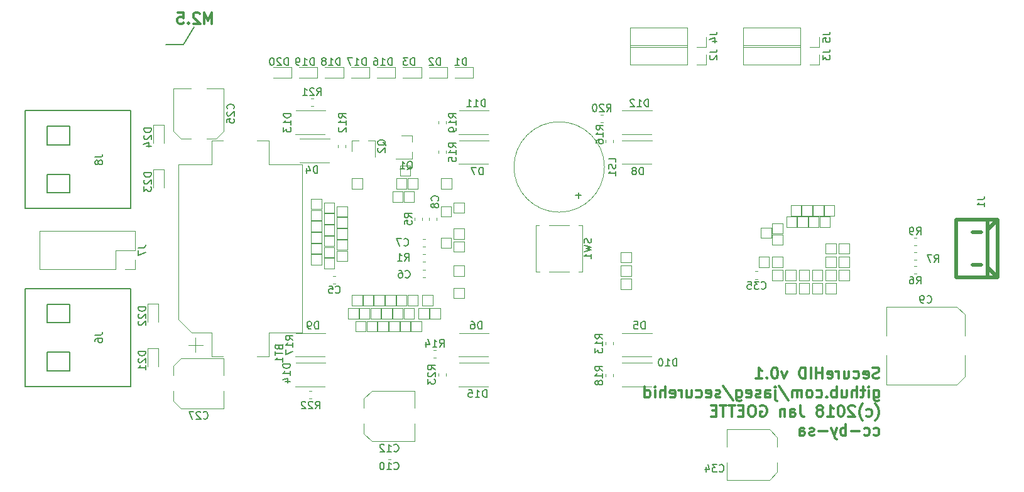
<source format=gbr>
From 8e1bf42f397407695667b24a44055b0c60a2ef04 Mon Sep 17 00:00:00 2001
From: jaseg <git@jaseg.net>
Date: Thu, 29 Nov 2018 10:18:56 +0900
Subject: Some small fixes, add silk artwork

---
 pcb/gerber.out/securehid-B.SilkS.gbr | 4209 ++++++++++++++++++++++++++++++++++
 1 file changed, 4209 insertions(+)
 create mode 100644 pcb/gerber.out/securehid-B.SilkS.gbr

(limited to 'pcb/gerber.out/securehid-B.SilkS.gbr')

diff --git a/pcb/gerber.out/securehid-B.SilkS.gbr b/pcb/gerber.out/securehid-B.SilkS.gbr
new file mode 100644
index 0000000..cb26969
--- /dev/null
+++ b/pcb/gerber.out/securehid-B.SilkS.gbr
@@ -0,0 +1,4209 @@
+G04 #@! TF.GenerationSoftware,KiCad,Pcbnew,(5.0.1)*
+G04 #@! TF.CreationDate,2018-11-29T09:51:47+09:00*
+G04 #@! TF.ProjectId,securehid,7365637572656869642E6B696361645F,rev?*
+G04 #@! TF.SameCoordinates,Original*
+G04 #@! TF.FileFunction,Legend,Bot*
+G04 #@! TF.FilePolarity,Positive*
+%FSLAX46Y46*%
+G04 Gerber Fmt 4.6, Leading zero omitted, Abs format (unit mm)*
+G04 Created by KiCad (PCBNEW (5.0.1)) date Thu Nov 29 09:51:47 2018*
+%MOMM*%
+%LPD*%
+G01*
+G04 APERTURE LIST*
+%ADD10C,0.300000*%
+%ADD11C,0.200000*%
+%ADD12C,0.500000*%
+%ADD13C,0.120000*%
+%ADD14C,0.150000*%
+G04 APERTURE END LIST*
+D10*
+X149119285Y-98482142D02*
+X148905000Y-98553571D01*
+X148547857Y-98553571D01*
+X148405000Y-98482142D01*
+X148333571Y-98410714D01*
+X148262142Y-98267857D01*
+X148262142Y-98125000D01*
+X148333571Y-97982142D01*
+X148405000Y-97910714D01*
+X148547857Y-97839285D01*
+X148833571Y-97767857D01*
+X148976428Y-97696428D01*
+X149047857Y-97625000D01*
+X149119285Y-97482142D01*
+X149119285Y-97339285D01*
+X149047857Y-97196428D01*
+X148976428Y-97125000D01*
+X148833571Y-97053571D01*
+X148476428Y-97053571D01*
+X148262142Y-97125000D01*
+X147047857Y-98482142D02*
+X147190714Y-98553571D01*
+X147476428Y-98553571D01*
+X147619285Y-98482142D01*
+X147690714Y-98339285D01*
+X147690714Y-97767857D01*
+X147619285Y-97625000D01*
+X147476428Y-97553571D01*
+X147190714Y-97553571D01*
+X147047857Y-97625000D01*
+X146976428Y-97767857D01*
+X146976428Y-97910714D01*
+X147690714Y-98053571D01*
+X145690714Y-98482142D02*
+X145833571Y-98553571D01*
+X146119285Y-98553571D01*
+X146262142Y-98482142D01*
+X146333571Y-98410714D01*
+X146405000Y-98267857D01*
+X146405000Y-97839285D01*
+X146333571Y-97696428D01*
+X146262142Y-97625000D01*
+X146119285Y-97553571D01*
+X145833571Y-97553571D01*
+X145690714Y-97625000D01*
+X144405000Y-97553571D02*
+X144405000Y-98553571D01*
+X145047857Y-97553571D02*
+X145047857Y-98339285D01*
+X144976428Y-98482142D01*
+X144833571Y-98553571D01*
+X144619285Y-98553571D01*
+X144476428Y-98482142D01*
+X144405000Y-98410714D01*
+X143690714Y-98553571D02*
+X143690714Y-97553571D01*
+X143690714Y-97839285D02*
+X143619285Y-97696428D01*
+X143547857Y-97625000D01*
+X143405000Y-97553571D01*
+X143262142Y-97553571D01*
+X142190714Y-98482142D02*
+X142333571Y-98553571D01*
+X142619285Y-98553571D01*
+X142762142Y-98482142D01*
+X142833571Y-98339285D01*
+X142833571Y-97767857D01*
+X142762142Y-97625000D01*
+X142619285Y-97553571D01*
+X142333571Y-97553571D01*
+X142190714Y-97625000D01*
+X142119285Y-97767857D01*
+X142119285Y-97910714D01*
+X142833571Y-98053571D01*
+X141476428Y-98553571D02*
+X141476428Y-97053571D01*
+X141476428Y-97767857D02*
+X140619285Y-97767857D01*
+X140619285Y-98553571D02*
+X140619285Y-97053571D01*
+X139905000Y-98553571D02*
+X139905000Y-97053571D01*
+X139190714Y-98553571D02*
+X139190714Y-97053571D01*
+X138833571Y-97053571D01*
+X138619285Y-97125000D01*
+X138476428Y-97267857D01*
+X138405000Y-97410714D01*
+X138333571Y-97696428D01*
+X138333571Y-97910714D01*
+X138405000Y-98196428D01*
+X138476428Y-98339285D01*
+X138619285Y-98482142D01*
+X138833571Y-98553571D01*
+X139190714Y-98553571D01*
+X136690714Y-97553571D02*
+X136333571Y-98553571D01*
+X135976428Y-97553571D01*
+X135119285Y-97053571D02*
+X134976428Y-97053571D01*
+X134833571Y-97125000D01*
+X134762142Y-97196428D01*
+X134690714Y-97339285D01*
+X134619285Y-97625000D01*
+X134619285Y-97982142D01*
+X134690714Y-98267857D01*
+X134762142Y-98410714D01*
+X134833571Y-98482142D01*
+X134976428Y-98553571D01*
+X135119285Y-98553571D01*
+X135262142Y-98482142D01*
+X135333571Y-98410714D01*
+X135405000Y-98267857D01*
+X135476428Y-97982142D01*
+X135476428Y-97625000D01*
+X135405000Y-97339285D01*
+X135333571Y-97196428D01*
+X135262142Y-97125000D01*
+X135119285Y-97053571D01*
+X133976428Y-98410714D02*
+X133905000Y-98482142D01*
+X133976428Y-98553571D01*
+X134047857Y-98482142D01*
+X133976428Y-98410714D01*
+X133976428Y-98553571D01*
+X132476428Y-98553571D02*
+X133333571Y-98553571D01*
+X132905000Y-98553571D02*
+X132905000Y-97053571D01*
+X133047857Y-97267857D01*
+X133190714Y-97410714D01*
+X133333571Y-97482142D01*
+X148405000Y-100103571D02*
+X148405000Y-101317857D01*
+X148476428Y-101460714D01*
+X148547857Y-101532142D01*
+X148690714Y-101603571D01*
+X148905000Y-101603571D01*
+X149047857Y-101532142D01*
+X148405000Y-101032142D02*
+X148547857Y-101103571D01*
+X148833571Y-101103571D01*
+X148976428Y-101032142D01*
+X149047857Y-100960714D01*
+X149119285Y-100817857D01*
+X149119285Y-100389285D01*
+X149047857Y-100246428D01*
+X148976428Y-100175000D01*
+X148833571Y-100103571D01*
+X148547857Y-100103571D01*
+X148405000Y-100175000D01*
+X147690714Y-101103571D02*
+X147690714Y-100103571D01*
+X147690714Y-99603571D02*
+X147762142Y-99675000D01*
+X147690714Y-99746428D01*
+X147619285Y-99675000D01*
+X147690714Y-99603571D01*
+X147690714Y-99746428D01*
+X147190714Y-100103571D02*
+X146619285Y-100103571D01*
+X146976428Y-99603571D02*
+X146976428Y-100889285D01*
+X146905000Y-101032142D01*
+X146762142Y-101103571D01*
+X146619285Y-101103571D01*
+X146119285Y-101103571D02*
+X146119285Y-99603571D01*
+X145476428Y-101103571D02*
+X145476428Y-100317857D01*
+X145547857Y-100175000D01*
+X145690714Y-100103571D01*
+X145905000Y-100103571D01*
+X146047857Y-100175000D01*
+X146119285Y-100246428D01*
+X144119285Y-100103571D02*
+X144119285Y-101103571D01*
+X144762142Y-100103571D02*
+X144762142Y-100889285D01*
+X144690714Y-101032142D01*
+X144547857Y-101103571D01*
+X144333571Y-101103571D01*
+X144190714Y-101032142D01*
+X144119285Y-100960714D01*
+X143405000Y-101103571D02*
+X143405000Y-99603571D01*
+X143405000Y-100175000D02*
+X143262142Y-100103571D01*
+X142976428Y-100103571D01*
+X142833571Y-100175000D01*
+X142762142Y-100246428D01*
+X142690714Y-100389285D01*
+X142690714Y-100817857D01*
+X142762142Y-100960714D01*
+X142833571Y-101032142D01*
+X142976428Y-101103571D01*
+X143262142Y-101103571D01*
+X143405000Y-101032142D01*
+X142047857Y-100960714D02*
+X141976428Y-101032142D01*
+X142047857Y-101103571D01*
+X142119285Y-101032142D01*
+X142047857Y-100960714D01*
+X142047857Y-101103571D01*
+X140690714Y-101032142D02*
+X140833571Y-101103571D01*
+X141119285Y-101103571D01*
+X141262142Y-101032142D01*
+X141333571Y-100960714D01*
+X141405000Y-100817857D01*
+X141405000Y-100389285D01*
+X141333571Y-100246428D01*
+X141262142Y-100175000D01*
+X141119285Y-100103571D01*
+X140833571Y-100103571D01*
+X140690714Y-100175000D01*
+X139833571Y-101103571D02*
+X139976428Y-101032142D01*
+X140047857Y-100960714D01*
+X140119285Y-100817857D01*
+X140119285Y-100389285D01*
+X140047857Y-100246428D01*
+X139976428Y-100175000D01*
+X139833571Y-100103571D01*
+X139619285Y-100103571D01*
+X139476428Y-100175000D01*
+X139405000Y-100246428D01*
+X139333571Y-100389285D01*
+X139333571Y-100817857D01*
+X139405000Y-100960714D01*
+X139476428Y-101032142D01*
+X139619285Y-101103571D01*
+X139833571Y-101103571D01*
+X138690714Y-101103571D02*
+X138690714Y-100103571D01*
+X138690714Y-100246428D02*
+X138619285Y-100175000D01*
+X138476428Y-100103571D01*
+X138262142Y-100103571D01*
+X138119285Y-100175000D01*
+X138047857Y-100317857D01*
+X138047857Y-101103571D01*
+X138047857Y-100317857D02*
+X137976428Y-100175000D01*
+X137833571Y-100103571D01*
+X137619285Y-100103571D01*
+X137476428Y-100175000D01*
+X137405000Y-100317857D01*
+X137405000Y-101103571D01*
+X135619285Y-99532142D02*
+X136905000Y-101460714D01*
+X135119285Y-100103571D02*
+X135119285Y-101389285D01*
+X135190714Y-101532142D01*
+X135333571Y-101603571D01*
+X135405000Y-101603571D01*
+X135119285Y-99603571D02*
+X135190714Y-99675000D01*
+X135119285Y-99746428D01*
+X135047857Y-99675000D01*
+X135119285Y-99603571D01*
+X135119285Y-99746428D01*
+X133762142Y-101103571D02*
+X133762142Y-100317857D01*
+X133833571Y-100175000D01*
+X133976428Y-100103571D01*
+X134262142Y-100103571D01*
+X134405000Y-100175000D01*
+X133762142Y-101032142D02*
+X133905000Y-101103571D01*
+X134262142Y-101103571D01*
+X134405000Y-101032142D01*
+X134476428Y-100889285D01*
+X134476428Y-100746428D01*
+X134405000Y-100603571D01*
+X134262142Y-100532142D01*
+X133905000Y-100532142D01*
+X133762142Y-100460714D01*
+X133119285Y-101032142D02*
+X132976428Y-101103571D01*
+X132690714Y-101103571D01*
+X132547857Y-101032142D01*
+X132476428Y-100889285D01*
+X132476428Y-100817857D01*
+X132547857Y-100675000D01*
+X132690714Y-100603571D01*
+X132905000Y-100603571D01*
+X133047857Y-100532142D01*
+X133119285Y-100389285D01*
+X133119285Y-100317857D01*
+X133047857Y-100175000D01*
+X132905000Y-100103571D01*
+X132690714Y-100103571D01*
+X132547857Y-100175000D01*
+X131262142Y-101032142D02*
+X131405000Y-101103571D01*
+X131690714Y-101103571D01*
+X131833571Y-101032142D01*
+X131905000Y-100889285D01*
+X131905000Y-100317857D01*
+X131833571Y-100175000D01*
+X131690714Y-100103571D01*
+X131405000Y-100103571D01*
+X131262142Y-100175000D01*
+X131190714Y-100317857D01*
+X131190714Y-100460714D01*
+X131905000Y-100603571D01*
+X129905000Y-100103571D02*
+X129905000Y-101317857D01*
+X129976428Y-101460714D01*
+X130047857Y-101532142D01*
+X130190714Y-101603571D01*
+X130405000Y-101603571D01*
+X130547857Y-101532142D01*
+X129905000Y-101032142D02*
+X130047857Y-101103571D01*
+X130333571Y-101103571D01*
+X130476428Y-101032142D01*
+X130547857Y-100960714D01*
+X130619285Y-100817857D01*
+X130619285Y-100389285D01*
+X130547857Y-100246428D01*
+X130476428Y-100175000D01*
+X130333571Y-100103571D01*
+X130047857Y-100103571D01*
+X129905000Y-100175000D01*
+X128119285Y-99532142D02*
+X129405000Y-101460714D01*
+X127690714Y-101032142D02*
+X127547857Y-101103571D01*
+X127262142Y-101103571D01*
+X127119285Y-101032142D01*
+X127047857Y-100889285D01*
+X127047857Y-100817857D01*
+X127119285Y-100675000D01*
+X127262142Y-100603571D01*
+X127476428Y-100603571D01*
+X127619285Y-100532142D01*
+X127690714Y-100389285D01*
+X127690714Y-100317857D01*
+X127619285Y-100175000D01*
+X127476428Y-100103571D01*
+X127262142Y-100103571D01*
+X127119285Y-100175000D01*
+X125833571Y-101032142D02*
+X125976428Y-101103571D01*
+X126262142Y-101103571D01*
+X126405000Y-101032142D01*
+X126476428Y-100889285D01*
+X126476428Y-100317857D01*
+X126405000Y-100175000D01*
+X126262142Y-100103571D01*
+X125976428Y-100103571D01*
+X125833571Y-100175000D01*
+X125762142Y-100317857D01*
+X125762142Y-100460714D01*
+X126476428Y-100603571D01*
+X124476428Y-101032142D02*
+X124619285Y-101103571D01*
+X124905000Y-101103571D01*
+X125047857Y-101032142D01*
+X125119285Y-100960714D01*
+X125190714Y-100817857D01*
+X125190714Y-100389285D01*
+X125119285Y-100246428D01*
+X125047857Y-100175000D01*
+X124905000Y-100103571D01*
+X124619285Y-100103571D01*
+X124476428Y-100175000D01*
+X123190714Y-100103571D02*
+X123190714Y-101103571D01*
+X123833571Y-100103571D02*
+X123833571Y-100889285D01*
+X123762142Y-101032142D01*
+X123619285Y-101103571D01*
+X123405000Y-101103571D01*
+X123262142Y-101032142D01*
+X123190714Y-100960714D01*
+X122476428Y-101103571D02*
+X122476428Y-100103571D01*
+X122476428Y-100389285D02*
+X122405000Y-100246428D01*
+X122333571Y-100175000D01*
+X122190714Y-100103571D01*
+X122047857Y-100103571D01*
+X120976428Y-101032142D02*
+X121119285Y-101103571D01*
+X121405000Y-101103571D01*
+X121547857Y-101032142D01*
+X121619285Y-100889285D01*
+X121619285Y-100317857D01*
+X121547857Y-100175000D01*
+X121405000Y-100103571D01*
+X121119285Y-100103571D01*
+X120976428Y-100175000D01*
+X120905000Y-100317857D01*
+X120905000Y-100460714D01*
+X121619285Y-100603571D01*
+X120262142Y-101103571D02*
+X120262142Y-99603571D01*
+X119619285Y-101103571D02*
+X119619285Y-100317857D01*
+X119690714Y-100175000D01*
+X119833571Y-100103571D01*
+X120047857Y-100103571D01*
+X120190714Y-100175000D01*
+X120262142Y-100246428D01*
+X118905000Y-101103571D02*
+X118905000Y-100103571D01*
+X118905000Y-99603571D02*
+X118976428Y-99675000D01*
+X118905000Y-99746428D01*
+X118833571Y-99675000D01*
+X118905000Y-99603571D01*
+X118905000Y-99746428D01*
+X117547857Y-101103571D02*
+X117547857Y-99603571D01*
+X117547857Y-101032142D02*
+X117690714Y-101103571D01*
+X117976428Y-101103571D01*
+X118119285Y-101032142D01*
+X118190714Y-100960714D01*
+X118262142Y-100817857D01*
+X118262142Y-100389285D01*
+X118190714Y-100246428D01*
+X118119285Y-100175000D01*
+X117976428Y-100103571D01*
+X117690714Y-100103571D01*
+X117547857Y-100175000D01*
+X148619285Y-104225000D02*
+X148690714Y-104153571D01*
+X148833571Y-103939285D01*
+X148905000Y-103796428D01*
+X148976428Y-103582142D01*
+X149047857Y-103225000D01*
+X149047857Y-102939285D01*
+X148976428Y-102582142D01*
+X148905000Y-102367857D01*
+X148833571Y-102225000D01*
+X148690714Y-102010714D01*
+X148619285Y-101939285D01*
+X147405000Y-103582142D02*
+X147547857Y-103653571D01*
+X147833571Y-103653571D01*
+X147976428Y-103582142D01*
+X148047857Y-103510714D01*
+X148119285Y-103367857D01*
+X148119285Y-102939285D01*
+X148047857Y-102796428D01*
+X147976428Y-102725000D01*
+X147833571Y-102653571D01*
+X147547857Y-102653571D01*
+X147405000Y-102725000D01*
+X146905000Y-104225000D02*
+X146833571Y-104153571D01*
+X146690714Y-103939285D01*
+X146619285Y-103796428D01*
+X146547857Y-103582142D01*
+X146476428Y-103225000D01*
+X146476428Y-102939285D01*
+X146547857Y-102582142D01*
+X146619285Y-102367857D01*
+X146690714Y-102225000D01*
+X146833571Y-102010714D01*
+X146905000Y-101939285D01*
+X145833571Y-102296428D02*
+X145762142Y-102225000D01*
+X145619285Y-102153571D01*
+X145262142Y-102153571D01*
+X145119285Y-102225000D01*
+X145047857Y-102296428D01*
+X144976428Y-102439285D01*
+X144976428Y-102582142D01*
+X145047857Y-102796428D01*
+X145905000Y-103653571D01*
+X144976428Y-103653571D01*
+X144047857Y-102153571D02*
+X143905000Y-102153571D01*
+X143762142Y-102225000D01*
+X143690714Y-102296428D01*
+X143619285Y-102439285D01*
+X143547857Y-102725000D01*
+X143547857Y-103082142D01*
+X143619285Y-103367857D01*
+X143690714Y-103510714D01*
+X143762142Y-103582142D01*
+X143905000Y-103653571D01*
+X144047857Y-103653571D01*
+X144190714Y-103582142D01*
+X144262142Y-103510714D01*
+X144333571Y-103367857D01*
+X144405000Y-103082142D01*
+X144405000Y-102725000D01*
+X144333571Y-102439285D01*
+X144262142Y-102296428D01*
+X144190714Y-102225000D01*
+X144047857Y-102153571D01*
+X142119285Y-103653571D02*
+X142976428Y-103653571D01*
+X142547857Y-103653571D02*
+X142547857Y-102153571D01*
+X142690714Y-102367857D01*
+X142833571Y-102510714D01*
+X142976428Y-102582142D01*
+X141262142Y-102796428D02*
+X141405000Y-102725000D01*
+X141476428Y-102653571D01*
+X141547857Y-102510714D01*
+X141547857Y-102439285D01*
+X141476428Y-102296428D01*
+X141405000Y-102225000D01*
+X141262142Y-102153571D01*
+X140976428Y-102153571D01*
+X140833571Y-102225000D01*
+X140762142Y-102296428D01*
+X140690714Y-102439285D01*
+X140690714Y-102510714D01*
+X140762142Y-102653571D01*
+X140833571Y-102725000D01*
+X140976428Y-102796428D01*
+X141262142Y-102796428D01*
+X141405000Y-102867857D01*
+X141476428Y-102939285D01*
+X141547857Y-103082142D01*
+X141547857Y-103367857D01*
+X141476428Y-103510714D01*
+X141405000Y-103582142D01*
+X141262142Y-103653571D01*
+X140976428Y-103653571D01*
+X140833571Y-103582142D01*
+X140762142Y-103510714D01*
+X140690714Y-103367857D01*
+X140690714Y-103082142D01*
+X140762142Y-102939285D01*
+X140833571Y-102867857D01*
+X140976428Y-102796428D01*
+X138476428Y-102153571D02*
+X138476428Y-103225000D01*
+X138547857Y-103439285D01*
+X138690714Y-103582142D01*
+X138905000Y-103653571D01*
+X139047857Y-103653571D01*
+X137119285Y-103653571D02*
+X137119285Y-102867857D01*
+X137190714Y-102725000D01*
+X137333571Y-102653571D01*
+X137619285Y-102653571D01*
+X137762142Y-102725000D01*
+X137119285Y-103582142D02*
+X137262142Y-103653571D01*
+X137619285Y-103653571D01*
+X137762142Y-103582142D01*
+X137833571Y-103439285D01*
+X137833571Y-103296428D01*
+X137762142Y-103153571D01*
+X137619285Y-103082142D01*
+X137262142Y-103082142D01*
+X137119285Y-103010714D01*
+X136405000Y-102653571D02*
+X136405000Y-103653571D01*
+X136405000Y-102796428D02*
+X136333571Y-102725000D01*
+X136190714Y-102653571D01*
+X135976428Y-102653571D01*
+X135833571Y-102725000D01*
+X135762142Y-102867857D01*
+X135762142Y-103653571D01*
+X133119285Y-102225000D02*
+X133262142Y-102153571D01*
+X133476428Y-102153571D01*
+X133690714Y-102225000D01*
+X133833571Y-102367857D01*
+X133905000Y-102510714D01*
+X133976428Y-102796428D01*
+X133976428Y-103010714D01*
+X133905000Y-103296428D01*
+X133833571Y-103439285D01*
+X133690714Y-103582142D01*
+X133476428Y-103653571D01*
+X133333571Y-103653571D01*
+X133119285Y-103582142D01*
+X133047857Y-103510714D01*
+X133047857Y-103010714D01*
+X133333571Y-103010714D01*
+X132119285Y-102153571D02*
+X131833571Y-102153571D01*
+X131690714Y-102225000D01*
+X131547857Y-102367857D01*
+X131476428Y-102653571D01*
+X131476428Y-103153571D01*
+X131547857Y-103439285D01*
+X131690714Y-103582142D01*
+X131833571Y-103653571D01*
+X132119285Y-103653571D01*
+X132262142Y-103582142D01*
+X132405000Y-103439285D01*
+X132476428Y-103153571D01*
+X132476428Y-102653571D01*
+X132405000Y-102367857D01*
+X132262142Y-102225000D01*
+X132119285Y-102153571D01*
+X130833571Y-102867857D02*
+X130333571Y-102867857D01*
+X130119285Y-103653571D02*
+X130833571Y-103653571D01*
+X130833571Y-102153571D01*
+X130119285Y-102153571D01*
+X129690714Y-102153571D02*
+X128833571Y-102153571D01*
+X129262142Y-103653571D02*
+X129262142Y-102153571D01*
+X128547857Y-102153571D02*
+X127690714Y-102153571D01*
+X128119285Y-103653571D02*
+X128119285Y-102153571D01*
+X127190714Y-102867857D02*
+X126690714Y-102867857D01*
+X126476428Y-103653571D02*
+X127190714Y-103653571D01*
+X127190714Y-102153571D01*
+X126476428Y-102153571D01*
+X148405000Y-106132142D02*
+X148547857Y-106203571D01*
+X148833571Y-106203571D01*
+X148976428Y-106132142D01*
+X149047857Y-106060714D01*
+X149119285Y-105917857D01*
+X149119285Y-105489285D01*
+X149047857Y-105346428D01*
+X148976428Y-105275000D01*
+X148833571Y-105203571D01*
+X148547857Y-105203571D01*
+X148405000Y-105275000D01*
+X147119285Y-106132142D02*
+X147262142Y-106203571D01*
+X147547857Y-106203571D01*
+X147690714Y-106132142D01*
+X147762142Y-106060714D01*
+X147833571Y-105917857D01*
+X147833571Y-105489285D01*
+X147762142Y-105346428D01*
+X147690714Y-105275000D01*
+X147547857Y-105203571D01*
+X147262142Y-105203571D01*
+X147119285Y-105275000D01*
+X146476428Y-105632142D02*
+X145333571Y-105632142D01*
+X144619285Y-106203571D02*
+X144619285Y-104703571D01*
+X144619285Y-105275000D02*
+X144476428Y-105203571D01*
+X144190714Y-105203571D01*
+X144047857Y-105275000D01*
+X143976428Y-105346428D01*
+X143905000Y-105489285D01*
+X143905000Y-105917857D01*
+X143976428Y-106060714D01*
+X144047857Y-106132142D01*
+X144190714Y-106203571D01*
+X144476428Y-106203571D01*
+X144619285Y-106132142D01*
+X143405000Y-105203571D02*
+X143047857Y-106203571D01*
+X142690714Y-105203571D02*
+X143047857Y-106203571D01*
+X143190714Y-106560714D01*
+X143262142Y-106632142D01*
+X143405000Y-106703571D01*
+X142119285Y-105632142D02*
+X140976428Y-105632142D01*
+X140333571Y-106132142D02*
+X140190714Y-106203571D01*
+X139905000Y-106203571D01*
+X139762142Y-106132142D01*
+X139690714Y-105989285D01*
+X139690714Y-105917857D01*
+X139762142Y-105775000D01*
+X139905000Y-105703571D01*
+X140119285Y-105703571D01*
+X140262142Y-105632142D01*
+X140333571Y-105489285D01*
+X140333571Y-105417857D01*
+X140262142Y-105275000D01*
+X140119285Y-105203571D01*
+X139905000Y-105203571D01*
+X139762142Y-105275000D01*
+X138405000Y-106203571D02*
+X138405000Y-105417857D01*
+X138476428Y-105275000D01*
+X138619285Y-105203571D01*
+X138905000Y-105203571D01*
+X139047857Y-105275000D01*
+X138405000Y-106132142D02*
+X138547857Y-106203571D01*
+X138905000Y-106203571D01*
+X139047857Y-106132142D01*
+X139119285Y-105989285D01*
+X139119285Y-105846428D01*
+X139047857Y-105703571D01*
+X138905000Y-105632142D01*
+X138547857Y-105632142D01*
+X138405000Y-105560714D01*
+D11*
+X55400000Y-53500000D02*
+X56800000Y-51100000D01*
+X53000000Y-53500000D02*
+X55300000Y-53500000D01*
+D10*
+X59185714Y-50678571D02*
+X59185714Y-49178571D01*
+X58685714Y-50250000D01*
+X58185714Y-49178571D01*
+X58185714Y-50678571D01*
+X57542857Y-49321428D02*
+X57471428Y-49250000D01*
+X57328571Y-49178571D01*
+X56971428Y-49178571D01*
+X56828571Y-49250000D01*
+X56757142Y-49321428D01*
+X56685714Y-49464285D01*
+X56685714Y-49607142D01*
+X56757142Y-49821428D01*
+X57614285Y-50678571D01*
+X56685714Y-50678571D01*
+X56042857Y-50535714D02*
+X55971428Y-50607142D01*
+X56042857Y-50678571D01*
+X56114285Y-50607142D01*
+X56042857Y-50535714D01*
+X56042857Y-50678571D01*
+X54614285Y-49178571D02*
+X55328571Y-49178571D01*
+X55400000Y-49892857D01*
+X55328571Y-49821428D01*
+X55185714Y-49750000D01*
+X54828571Y-49750000D01*
+X54685714Y-49821428D01*
+X54614285Y-49892857D01*
+X54542857Y-50035714D01*
+X54542857Y-50392857D01*
+X54614285Y-50535714D01*
+X54685714Y-50607142D01*
+X54828571Y-50678571D01*
+X55185714Y-50678571D01*
+X55328571Y-50607142D01*
+X55400000Y-50535714D01*
+D12*
+G04 #@! TO.C,J1*
+X162900000Y-78800000D02*
+X161700000Y-78800000D01*
+X162900000Y-83200000D02*
+X161700000Y-83200000D01*
+X165100000Y-84900000D02*
+X163700000Y-83500000D01*
+X165100000Y-77100000D02*
+X163700000Y-78500000D01*
+X163700000Y-84900000D02*
+X163700000Y-77100000D01*
+X165100000Y-77100000D02*
+X165100000Y-84900000D01*
+X159500000Y-77100000D02*
+X165100000Y-77100000D01*
+X159500000Y-84900000D02*
+X159500000Y-77100000D01*
+X165100000Y-84900000D02*
+X159500000Y-84900000D01*
+D13*
+G04 #@! TO.C,R14*
+X89421267Y-94740000D02*
+X89078733Y-94740000D01*
+X89421267Y-95760000D02*
+X89078733Y-95760000D01*
+D14*
+G04 #@! TO.C,J8*
+X40000000Y-67000000D02*
+X37000000Y-67000000D01*
+X37000000Y-64500000D02*
+X40000000Y-64500000D01*
+X40000000Y-64500000D02*
+X40000000Y-67000000D01*
+X37000000Y-67000000D02*
+X37000000Y-64500000D01*
+X40000000Y-71000000D02*
+X40000000Y-73500000D01*
+X37000000Y-71000000D02*
+X40000000Y-71000000D01*
+X37000000Y-73500000D02*
+X37000000Y-71000000D01*
+X40000000Y-73500000D02*
+X37000000Y-73500000D01*
+X34000000Y-75600000D02*
+X34000000Y-62400000D01*
+X48210000Y-62400000D02*
+X34000000Y-62400000D01*
+X48210000Y-75600000D02*
+X34000000Y-75600000D01*
+X48210000Y-75600000D02*
+X48210000Y-62400000D01*
+D13*
+G04 #@! TO.C,C9*
+X150140000Y-99360000D02*
+X150140000Y-95410000D01*
+X150140000Y-88840000D02*
+X150140000Y-92790000D01*
+X159595563Y-88840000D02*
+X150140000Y-88840000D01*
+X159595563Y-99360000D02*
+X150140000Y-99360000D01*
+X160660000Y-98295563D02*
+X160660000Y-95410000D01*
+X160660000Y-89904437D02*
+X160660000Y-92790000D01*
+X160660000Y-89904437D02*
+X159595563Y-88840000D01*
+X160660000Y-98295563D02*
+X159595563Y-99360000D01*
+G04 #@! TO.C,TP3*
+X90100000Y-71550000D02*
+X90100000Y-72950000D01*
+X91500000Y-71550000D02*
+X90100000Y-71550000D01*
+X91500000Y-72950000D02*
+X91500000Y-71550000D01*
+X90100000Y-72950000D02*
+X91500000Y-72950000D01*
+G04 #@! TO.C,TP47*
+X72550000Y-74300000D02*
+X72550000Y-75700000D01*
+X73950000Y-74300000D02*
+X72550000Y-74300000D01*
+X73950000Y-75700000D02*
+X73950000Y-74300000D01*
+X72550000Y-75700000D02*
+X73950000Y-75700000D01*
+G04 #@! TO.C,C5*
+X75846267Y-85710000D02*
+X75503733Y-85710000D01*
+X75846267Y-84690000D02*
+X75503733Y-84690000D01*
+G04 #@! TO.C,C6*
+X87971267Y-83890000D02*
+X87628733Y-83890000D01*
+X87971267Y-84910000D02*
+X87628733Y-84910000D01*
+G04 #@! TO.C,C7*
+X87921267Y-79740000D02*
+X87578733Y-79740000D01*
+X87921267Y-80760000D02*
+X87578733Y-80760000D01*
+G04 #@! TO.C,C8*
+X88490000Y-76828733D02*
+X88490000Y-77171267D01*
+X89510000Y-76828733D02*
+X89510000Y-77171267D01*
+G04 #@! TO.C,C10*
+X82928733Y-109460000D02*
+X83271267Y-109460000D01*
+X82928733Y-108440000D02*
+X83271267Y-108440000D01*
+G04 #@! TO.C,D1*
+X94410000Y-57985000D02*
+X91950000Y-57985000D01*
+X94410000Y-56515000D02*
+X94410000Y-57985000D01*
+X91950000Y-56515000D02*
+X94410000Y-56515000D01*
+G04 #@! TO.C,D2*
+X88450000Y-56515000D02*
+X90910000Y-56515000D01*
+X90910000Y-56515000D02*
+X90910000Y-57985000D01*
+X90910000Y-57985000D02*
+X88450000Y-57985000D01*
+G04 #@! TO.C,D3*
+X87410000Y-57985000D02*
+X84950000Y-57985000D01*
+X87410000Y-56515000D02*
+X87410000Y-57985000D01*
+X84950000Y-56515000D02*
+X87410000Y-56515000D01*
+G04 #@! TO.C,D4*
+X71050000Y-66200000D02*
+X75050000Y-66200000D01*
+X71000000Y-69400000D02*
+X75000000Y-69400000D01*
+G04 #@! TO.C,D5*
+X118450000Y-95600000D02*
+X114450000Y-95600000D01*
+X118500000Y-92400000D02*
+X114500000Y-92400000D01*
+G04 #@! TO.C,D6*
+X96500000Y-92400000D02*
+X92500000Y-92400000D01*
+X96450000Y-95600000D02*
+X92450000Y-95600000D01*
+G04 #@! TO.C,D7*
+X96450000Y-69600000D02*
+X92450000Y-69600000D01*
+X96500000Y-66400000D02*
+X92500000Y-66400000D01*
+G04 #@! TO.C,D8*
+X118500000Y-66400000D02*
+X114500000Y-66400000D01*
+X118450000Y-69600000D02*
+X114450000Y-69600000D01*
+G04 #@! TO.C,D9*
+X74500000Y-92400000D02*
+X70500000Y-92400000D01*
+X74450000Y-95600000D02*
+X70450000Y-95600000D01*
+G04 #@! TO.C,D10*
+X118500000Y-96400000D02*
+X114500000Y-96400000D01*
+X118450000Y-99600000D02*
+X114450000Y-99600000D01*
+G04 #@! TO.C,D11*
+X96450000Y-65600000D02*
+X92450000Y-65600000D01*
+X96500000Y-62400000D02*
+X92500000Y-62400000D01*
+G04 #@! TO.C,D12*
+X118500000Y-62400000D02*
+X114500000Y-62400000D01*
+X118450000Y-65600000D02*
+X114450000Y-65600000D01*
+G04 #@! TO.C,D13*
+X74500000Y-62400000D02*
+X70500000Y-62400000D01*
+X74450000Y-65600000D02*
+X70450000Y-65600000D01*
+G04 #@! TO.C,D14*
+X74450000Y-99600000D02*
+X70450000Y-99600000D01*
+X74500000Y-96400000D02*
+X70500000Y-96400000D01*
+G04 #@! TO.C,D15*
+X96450000Y-99600000D02*
+X92450000Y-99600000D01*
+X96500000Y-96400000D02*
+X92500000Y-96400000D01*
+G04 #@! TO.C,D16*
+X81450000Y-56515000D02*
+X83910000Y-56515000D01*
+X83910000Y-56515000D02*
+X83910000Y-57985000D01*
+X83910000Y-57985000D02*
+X81450000Y-57985000D01*
+G04 #@! TO.C,D17*
+X80410000Y-57985000D02*
+X77950000Y-57985000D01*
+X80410000Y-56515000D02*
+X80410000Y-57985000D01*
+X77950000Y-56515000D02*
+X80410000Y-56515000D01*
+G04 #@! TO.C,D18*
+X74450000Y-56515000D02*
+X76910000Y-56515000D01*
+X76910000Y-56515000D02*
+X76910000Y-57985000D01*
+X76910000Y-57985000D02*
+X74450000Y-57985000D01*
+G04 #@! TO.C,D19*
+X73410000Y-57985000D02*
+X70950000Y-57985000D01*
+X73410000Y-56515000D02*
+X73410000Y-57985000D01*
+X70950000Y-56515000D02*
+X73410000Y-56515000D01*
+G04 #@! TO.C,D20*
+X67450000Y-56515000D02*
+X69910000Y-56515000D01*
+X69910000Y-56515000D02*
+X69910000Y-57985000D01*
+X69910000Y-57985000D02*
+X67450000Y-57985000D01*
+G04 #@! TO.C,D21*
+X51985000Y-94440000D02*
+X51985000Y-96900000D01*
+X50515000Y-94440000D02*
+X51985000Y-94440000D01*
+X50515000Y-96900000D02*
+X50515000Y-94440000D01*
+G04 #@! TO.C,D22*
+X50515000Y-90900000D02*
+X50515000Y-88440000D01*
+X50515000Y-88440000D02*
+X51985000Y-88440000D01*
+X51985000Y-88440000D02*
+X51985000Y-90900000D01*
+G04 #@! TO.C,D23*
+X52735000Y-70340000D02*
+X52735000Y-72800000D01*
+X51265000Y-70340000D02*
+X52735000Y-70340000D01*
+X51265000Y-72800000D02*
+X51265000Y-70340000D01*
+G04 #@! TO.C,D24*
+X51265000Y-66800000D02*
+X51265000Y-64340000D01*
+X51265000Y-64340000D02*
+X52735000Y-64340000D01*
+X52735000Y-64340000D02*
+X52735000Y-66800000D01*
+G04 #@! TO.C,J2*
+X125830000Y-56190000D02*
+X125830000Y-54860000D01*
+X124500000Y-56190000D02*
+X125830000Y-56190000D01*
+X123230000Y-56190000D02*
+X123230000Y-53530000D01*
+X123230000Y-53530000D02*
+X115550000Y-53530000D01*
+X123230000Y-56190000D02*
+X115550000Y-56190000D01*
+X115550000Y-56190000D02*
+X115550000Y-53530000D01*
+G04 #@! TO.C,J3*
+X141070000Y-56190000D02*
+X141070000Y-54860000D01*
+X139740000Y-56190000D02*
+X141070000Y-56190000D01*
+X138470000Y-56190000D02*
+X138470000Y-53530000D01*
+X138470000Y-53530000D02*
+X130790000Y-53530000D01*
+X138470000Y-56190000D02*
+X130790000Y-56190000D01*
+X130790000Y-56190000D02*
+X130790000Y-53530000D01*
+G04 #@! TO.C,J4*
+X125830000Y-53830000D02*
+X125830000Y-52500000D01*
+X124500000Y-53830000D02*
+X125830000Y-53830000D01*
+X123230000Y-53830000D02*
+X123230000Y-51170000D01*
+X123230000Y-51170000D02*
+X115550000Y-51170000D01*
+X123230000Y-53830000D02*
+X115550000Y-53830000D01*
+X115550000Y-53830000D02*
+X115550000Y-51170000D01*
+G04 #@! TO.C,J5*
+X130790000Y-53830000D02*
+X130790000Y-51170000D01*
+X138470000Y-53830000D02*
+X130790000Y-53830000D01*
+X138470000Y-51170000D02*
+X130790000Y-51170000D01*
+X138470000Y-53830000D02*
+X138470000Y-51170000D01*
+X139740000Y-53830000D02*
+X141070000Y-53830000D01*
+X141070000Y-53830000D02*
+X141070000Y-52500000D01*
+G04 #@! TO.C,J7*
+X36010000Y-83830000D02*
+X36010000Y-78630000D01*
+X46230000Y-83830000D02*
+X36010000Y-83830000D01*
+X48830000Y-78630000D02*
+X36010000Y-78630000D01*
+X46230000Y-83830000D02*
+X46230000Y-81230000D01*
+X46230000Y-81230000D02*
+X48830000Y-81230000D01*
+X48830000Y-81230000D02*
+X48830000Y-78630000D01*
+X47500000Y-83830000D02*
+X48830000Y-83830000D01*
+X48830000Y-83830000D02*
+X48830000Y-82500000D01*
+G04 #@! TO.C,LS1*
+X112100000Y-70000000D02*
+G75*
+G03X112100000Y-70000000I-6100000J0D01*
+G01*
+G04 #@! TO.C,Q1*
+X86160000Y-65720000D02*
+X84700000Y-65720000D01*
+X86160000Y-68880000D02*
+X84000000Y-68880000D01*
+X86160000Y-68880000D02*
+X86160000Y-67950000D01*
+X86160000Y-65720000D02*
+X86160000Y-66650000D01*
+G04 #@! TO.C,Q2*
+X78020000Y-66440000D02*
+X78950000Y-66440000D01*
+X81180000Y-66440000D02*
+X80250000Y-66440000D01*
+X81180000Y-66440000D02*
+X81180000Y-68600000D01*
+X78020000Y-66440000D02*
+X78020000Y-67900000D01*
+G04 #@! TO.C,R1*
+X87921267Y-82760000D02*
+X87578733Y-82760000D01*
+X87921267Y-81740000D02*
+X87578733Y-81740000D01*
+G04 #@! TO.C,R5*
+X87510000Y-77171267D02*
+X87510000Y-76828733D01*
+X86490000Y-77171267D02*
+X86490000Y-76828733D01*
+G04 #@! TO.C,R6*
+X153828733Y-84410000D02*
+X154171267Y-84410000D01*
+X153828733Y-83390000D02*
+X154171267Y-83390000D01*
+G04 #@! TO.C,R7*
+X153828733Y-81490000D02*
+X154171267Y-81490000D01*
+X153828733Y-82510000D02*
+X154171267Y-82510000D01*
+G04 #@! TO.C,R9*
+X154171267Y-79590000D02*
+X153828733Y-79590000D01*
+X154171267Y-80610000D02*
+X153828733Y-80610000D01*
+G04 #@! TO.C,R12*
+X76190000Y-67371267D02*
+X76190000Y-67028733D01*
+X77210000Y-67371267D02*
+X77210000Y-67028733D01*
+G04 #@! TO.C,R13*
+X113260000Y-93921267D02*
+X113260000Y-93578733D01*
+X112240000Y-93921267D02*
+X112240000Y-93578733D01*
+G04 #@! TO.C,R15*
+X89740000Y-68171267D02*
+X89740000Y-67828733D01*
+X90760000Y-68171267D02*
+X90760000Y-67828733D01*
+G04 #@! TO.C,R16*
+X113260000Y-66671267D02*
+X113260000Y-66328733D01*
+X112240000Y-66671267D02*
+X112240000Y-66328733D01*
+G04 #@! TO.C,R17*
+X67740000Y-94171267D02*
+X67740000Y-93828733D01*
+X68760000Y-94171267D02*
+X68760000Y-93828733D01*
+G04 #@! TO.C,R18*
+X112240000Y-98296267D02*
+X112240000Y-97953733D01*
+X113260000Y-98296267D02*
+X113260000Y-97953733D01*
+G04 #@! TO.C,R19*
+X90760000Y-64171267D02*
+X90760000Y-63828733D01*
+X89740000Y-64171267D02*
+X89740000Y-63828733D01*
+G04 #@! TO.C,R20*
+X111921267Y-64010000D02*
+X111578733Y-64010000D01*
+X111921267Y-62990000D02*
+X111578733Y-62990000D01*
+G04 #@! TO.C,R21*
+X72578733Y-60740000D02*
+X72921267Y-60740000D01*
+X72578733Y-61760000D02*
+X72921267Y-61760000D01*
+G04 #@! TO.C,R22*
+X72328733Y-100240000D02*
+X72671267Y-100240000D01*
+X72328733Y-101260000D02*
+X72671267Y-101260000D01*
+G04 #@! TO.C,R23*
+X89740000Y-97828733D02*
+X89740000Y-98171267D01*
+X90760000Y-97828733D02*
+X90760000Y-98171267D01*
+G04 #@! TO.C,SW1*
+X103350000Y-84150000D02*
+X102900000Y-84150000D01*
+X102900000Y-84150000D02*
+X102900000Y-77850000D01*
+X102900000Y-77850000D02*
+X103300000Y-77850000D01*
+X104650000Y-84150000D02*
+X107350000Y-84150000D01*
+X107350000Y-77850000D02*
+X104650000Y-77850000D01*
+X109100000Y-84150000D02*
+X109100000Y-77850000D01*
+X109100000Y-77850000D02*
+X108650000Y-77850000D01*
+X108650000Y-84150000D02*
+X109100000Y-84150000D01*
+G04 #@! TO.C,TP1*
+X90050000Y-76700000D02*
+X91450000Y-76700000D01*
+X91450000Y-76700000D02*
+X91450000Y-75300000D01*
+X91450000Y-75300000D02*
+X90050000Y-75300000D01*
+X90050000Y-75300000D02*
+X90050000Y-76700000D01*
+G04 #@! TO.C,TP2*
+X91800000Y-74800000D02*
+X91800000Y-76200000D01*
+X93200000Y-74800000D02*
+X91800000Y-74800000D01*
+X93200000Y-76200000D02*
+X93200000Y-74800000D01*
+X91800000Y-76200000D02*
+X93200000Y-76200000D01*
+G04 #@! TO.C,TP4*
+X134700000Y-79000000D02*
+X136100000Y-79000000D01*
+X136100000Y-79000000D02*
+X136100000Y-77600000D01*
+X136100000Y-77600000D02*
+X134700000Y-77600000D01*
+X134700000Y-77600000D02*
+X134700000Y-79000000D01*
+G04 #@! TO.C,TP5*
+X74300000Y-83700000D02*
+X75700000Y-83700000D01*
+X75700000Y-83700000D02*
+X75700000Y-82300000D01*
+X75700000Y-82300000D02*
+X74300000Y-82300000D01*
+X74300000Y-82300000D02*
+X74300000Y-83700000D01*
+G04 #@! TO.C,TP6*
+X133200000Y-78200000D02*
+X133200000Y-79600000D01*
+X134600000Y-78200000D02*
+X133200000Y-78200000D01*
+X134600000Y-79600000D02*
+X134600000Y-78200000D01*
+X133200000Y-79600000D02*
+X134600000Y-79600000D01*
+G04 #@! TO.C,TP7*
+X134700000Y-80500000D02*
+X136100000Y-80500000D01*
+X136100000Y-80500000D02*
+X136100000Y-79100000D01*
+X136100000Y-79100000D02*
+X134700000Y-79100000D01*
+X134700000Y-79100000D02*
+X134700000Y-80500000D01*
+G04 #@! TO.C,TP8*
+X138300000Y-83900000D02*
+X138300000Y-85300000D01*
+X139700000Y-83900000D02*
+X138300000Y-83900000D01*
+X139700000Y-85300000D02*
+X139700000Y-83900000D01*
+X138300000Y-85300000D02*
+X139700000Y-85300000D01*
+G04 #@! TO.C,TP9*
+X134700000Y-82100000D02*
+X134700000Y-83500000D01*
+X136100000Y-82100000D02*
+X134700000Y-82100000D01*
+X136100000Y-83500000D02*
+X136100000Y-82100000D01*
+X134700000Y-83500000D02*
+X136100000Y-83500000D01*
+G04 #@! TO.C,TP10*
+X140100000Y-85700000D02*
+X140100000Y-87100000D01*
+X141500000Y-85700000D02*
+X140100000Y-85700000D01*
+X141500000Y-87100000D02*
+X141500000Y-85700000D01*
+X140100000Y-87100000D02*
+X141500000Y-87100000D01*
+G04 #@! TO.C,TP11*
+X132900000Y-83500000D02*
+X134300000Y-83500000D01*
+X134300000Y-83500000D02*
+X134300000Y-82100000D01*
+X134300000Y-82100000D02*
+X132900000Y-82100000D01*
+X132900000Y-82100000D02*
+X132900000Y-83500000D01*
+G04 #@! TO.C,TP12*
+X140100000Y-85300000D02*
+X141500000Y-85300000D01*
+X141500000Y-85300000D02*
+X141500000Y-83900000D01*
+X141500000Y-83900000D02*
+X140100000Y-83900000D01*
+X140100000Y-83900000D02*
+X140100000Y-85300000D01*
+G04 #@! TO.C,TP13*
+X140200000Y-75200000D02*
+X140200000Y-76600000D01*
+X141600000Y-75200000D02*
+X140200000Y-75200000D01*
+X141600000Y-76600000D02*
+X141600000Y-75200000D01*
+X140200000Y-76600000D02*
+X141600000Y-76600000D01*
+G04 #@! TO.C,TP14*
+X77550000Y-90450000D02*
+X78950000Y-90450000D01*
+X78950000Y-90450000D02*
+X78950000Y-89050000D01*
+X78950000Y-89050000D02*
+X77550000Y-89050000D01*
+X77550000Y-89050000D02*
+X77550000Y-90450000D01*
+G04 #@! TO.C,TP15*
+X139600000Y-78100000D02*
+X141000000Y-78100000D01*
+X141000000Y-78100000D02*
+X141000000Y-76700000D01*
+X141000000Y-76700000D02*
+X139600000Y-76700000D01*
+X139600000Y-76700000D02*
+X139600000Y-78100000D01*
+G04 #@! TO.C,TP16*
+X134700000Y-83900000D02*
+X134700000Y-85300000D01*
+X136100000Y-83900000D02*
+X134700000Y-83900000D01*
+X136100000Y-85300000D02*
+X136100000Y-83900000D01*
+X134700000Y-85300000D02*
+X136100000Y-85300000D01*
+G04 #@! TO.C,TP17*
+X138100000Y-76700000D02*
+X138100000Y-78100000D01*
+X139500000Y-76700000D02*
+X138100000Y-76700000D01*
+X139500000Y-78100000D02*
+X139500000Y-76700000D01*
+X138100000Y-78100000D02*
+X139500000Y-78100000D01*
+G04 #@! TO.C,TP18*
+X136500000Y-87100000D02*
+X137900000Y-87100000D01*
+X137900000Y-87100000D02*
+X137900000Y-85700000D01*
+X137900000Y-85700000D02*
+X136500000Y-85700000D01*
+X136500000Y-85700000D02*
+X136500000Y-87100000D01*
+G04 #@! TO.C,TP19*
+X87550000Y-87300000D02*
+X87550000Y-88700000D01*
+X88950000Y-87300000D02*
+X87550000Y-87300000D01*
+X88950000Y-88700000D02*
+X88950000Y-87300000D01*
+X87550000Y-88700000D02*
+X88950000Y-88700000D01*
+G04 #@! TO.C,TP20*
+X84550000Y-69800000D02*
+X84550000Y-71200000D01*
+X85950000Y-69800000D02*
+X84550000Y-69800000D01*
+X85950000Y-71200000D02*
+X85950000Y-69800000D01*
+X84550000Y-71200000D02*
+X85950000Y-71200000D01*
+G04 #@! TO.C,TP21*
+X141700000Y-76600000D02*
+X143100000Y-76600000D01*
+X143100000Y-76600000D02*
+X143100000Y-75200000D01*
+X143100000Y-75200000D02*
+X141700000Y-75200000D01*
+X141700000Y-75200000D02*
+X141700000Y-76600000D01*
+G04 #@! TO.C,TP22*
+X136500000Y-83900000D02*
+X136500000Y-85300000D01*
+X137900000Y-83900000D02*
+X136500000Y-83900000D01*
+X137900000Y-85300000D02*
+X137900000Y-83900000D01*
+X136500000Y-85300000D02*
+X137900000Y-85300000D01*
+G04 #@! TO.C,TP23*
+X88550000Y-90450000D02*
+X89950000Y-90450000D01*
+X89950000Y-90450000D02*
+X89950000Y-89050000D01*
+X89950000Y-89050000D02*
+X88550000Y-89050000D01*
+X88550000Y-89050000D02*
+X88550000Y-90450000D01*
+G04 #@! TO.C,TP24*
+X84050000Y-72950000D02*
+X85450000Y-72950000D01*
+X85450000Y-72950000D02*
+X85450000Y-71550000D01*
+X85450000Y-71550000D02*
+X84050000Y-71550000D01*
+X84050000Y-71550000D02*
+X84050000Y-72950000D01*
+G04 #@! TO.C,TP25*
+X138700000Y-75200000D02*
+X138700000Y-76600000D01*
+X140100000Y-75200000D02*
+X138700000Y-75200000D01*
+X140100000Y-76600000D02*
+X140100000Y-75200000D01*
+X138700000Y-76600000D02*
+X140100000Y-76600000D01*
+G04 #@! TO.C,TP26*
+X138300000Y-87100000D02*
+X139700000Y-87100000D01*
+X139700000Y-87100000D02*
+X139700000Y-85700000D01*
+X139700000Y-85700000D02*
+X138300000Y-85700000D01*
+X138300000Y-85700000D02*
+X138300000Y-87100000D01*
+G04 #@! TO.C,TP27*
+X91800000Y-87700000D02*
+X93200000Y-87700000D01*
+X93200000Y-87700000D02*
+X93200000Y-86300000D01*
+X93200000Y-86300000D02*
+X91800000Y-86300000D01*
+X91800000Y-86300000D02*
+X91800000Y-87700000D01*
+G04 #@! TO.C,TP28*
+X83550000Y-73300000D02*
+X83550000Y-74700000D01*
+X84950000Y-73300000D02*
+X83550000Y-73300000D01*
+X84950000Y-74700000D02*
+X84950000Y-73300000D01*
+X83550000Y-74700000D02*
+X84950000Y-74700000D01*
+G04 #@! TO.C,TP29*
+X136600000Y-78100000D02*
+X138000000Y-78100000D01*
+X138000000Y-78100000D02*
+X138000000Y-76700000D01*
+X138000000Y-76700000D02*
+X136600000Y-76700000D01*
+X136600000Y-76700000D02*
+X136600000Y-78100000D01*
+G04 #@! TO.C,TP30*
+X143700000Y-80300000D02*
+X143700000Y-81700000D01*
+X145100000Y-80300000D02*
+X143700000Y-80300000D01*
+X145100000Y-81700000D02*
+X145100000Y-80300000D01*
+X143700000Y-81700000D02*
+X145100000Y-81700000D01*
+G04 #@! TO.C,TP31*
+X83550000Y-90450000D02*
+X84950000Y-90450000D01*
+X84950000Y-90450000D02*
+X84950000Y-89050000D01*
+X84950000Y-89050000D02*
+X83550000Y-89050000D01*
+X83550000Y-89050000D02*
+X83550000Y-90450000D01*
+G04 #@! TO.C,TP32*
+X137200000Y-75200000D02*
+X137200000Y-76600000D01*
+X138600000Y-75200000D02*
+X137200000Y-75200000D01*
+X138600000Y-76600000D02*
+X138600000Y-75200000D01*
+X137200000Y-76600000D02*
+X138600000Y-76600000D01*
+G04 #@! TO.C,TP33*
+X84050000Y-87300000D02*
+X84050000Y-88700000D01*
+X85450000Y-87300000D02*
+X84050000Y-87300000D01*
+X85450000Y-88700000D02*
+X85450000Y-87300000D01*
+X84050000Y-88700000D02*
+X85450000Y-88700000D01*
+G04 #@! TO.C,TP34*
+X141900000Y-87100000D02*
+X143300000Y-87100000D01*
+X143300000Y-87100000D02*
+X143300000Y-85700000D01*
+X143300000Y-85700000D02*
+X141900000Y-85700000D01*
+X141900000Y-85700000D02*
+X141900000Y-87100000D01*
+G04 #@! TO.C,TP35*
+X84550000Y-92200000D02*
+X85950000Y-92200000D01*
+X85950000Y-92200000D02*
+X85950000Y-90800000D01*
+X85950000Y-90800000D02*
+X84550000Y-90800000D01*
+X84550000Y-90800000D02*
+X84550000Y-92200000D01*
+G04 #@! TO.C,TP36*
+X141900000Y-83900000D02*
+X141900000Y-85300000D01*
+X143300000Y-83900000D02*
+X141900000Y-83900000D01*
+X143300000Y-85300000D02*
+X143300000Y-83900000D01*
+X141900000Y-85300000D02*
+X143300000Y-85300000D01*
+G04 #@! TO.C,TP37*
+X85050000Y-89050000D02*
+X85050000Y-90450000D01*
+X86450000Y-89050000D02*
+X85050000Y-89050000D01*
+X86450000Y-90450000D02*
+X86450000Y-89050000D01*
+X85050000Y-90450000D02*
+X86450000Y-90450000D01*
+G04 #@! TO.C,TP38*
+X143700000Y-83900000D02*
+X143700000Y-85300000D01*
+X145100000Y-83900000D02*
+X143700000Y-83900000D01*
+X145100000Y-85300000D02*
+X145100000Y-83900000D01*
+X143700000Y-85300000D02*
+X145100000Y-85300000D01*
+G04 #@! TO.C,TP39*
+X85550000Y-88700000D02*
+X86950000Y-88700000D01*
+X86950000Y-88700000D02*
+X86950000Y-87300000D01*
+X86950000Y-87300000D02*
+X85550000Y-87300000D01*
+X85550000Y-87300000D02*
+X85550000Y-88700000D01*
+G04 #@! TO.C,TP40*
+X141900000Y-82100000D02*
+X141900000Y-83500000D01*
+X143300000Y-82100000D02*
+X141900000Y-82100000D01*
+X143300000Y-83500000D02*
+X143300000Y-82100000D01*
+X141900000Y-83500000D02*
+X143300000Y-83500000D01*
+G04 #@! TO.C,TP41*
+X86050000Y-90800000D02*
+X86050000Y-92200000D01*
+X87450000Y-90800000D02*
+X86050000Y-90800000D01*
+X87450000Y-92200000D02*
+X87450000Y-90800000D01*
+X86050000Y-92200000D02*
+X87450000Y-92200000D01*
+G04 #@! TO.C,TP42*
+X143700000Y-83500000D02*
+X145100000Y-83500000D01*
+X145100000Y-83500000D02*
+X145100000Y-82100000D01*
+X145100000Y-82100000D02*
+X143700000Y-82100000D01*
+X143700000Y-82100000D02*
+X143700000Y-83500000D01*
+G04 #@! TO.C,TP43*
+X87050000Y-90450000D02*
+X88450000Y-90450000D01*
+X88450000Y-90450000D02*
+X88450000Y-89050000D01*
+X88450000Y-89050000D02*
+X87050000Y-89050000D01*
+X87050000Y-89050000D02*
+X87050000Y-90450000D01*
+G04 #@! TO.C,TP44*
+X141900000Y-80300000D02*
+X141900000Y-81700000D01*
+X143300000Y-80300000D02*
+X141900000Y-80300000D01*
+X143300000Y-81700000D02*
+X143300000Y-80300000D01*
+X141900000Y-81700000D02*
+X143300000Y-81700000D01*
+G04 #@! TO.C,TP45*
+X141100000Y-78100000D02*
+X142500000Y-78100000D01*
+X142500000Y-78100000D02*
+X142500000Y-76700000D01*
+X142500000Y-76700000D02*
+X141100000Y-76700000D01*
+X141100000Y-76700000D02*
+X141100000Y-78100000D01*
+G04 #@! TO.C,TP46*
+X78050000Y-72950000D02*
+X79450000Y-72950000D01*
+X79450000Y-72950000D02*
+X79450000Y-71550000D01*
+X79450000Y-71550000D02*
+X78050000Y-71550000D01*
+X78050000Y-71550000D02*
+X78050000Y-72950000D01*
+G04 #@! TO.C,TP48*
+X74300000Y-76200000D02*
+X75700000Y-76200000D01*
+X75700000Y-76200000D02*
+X75700000Y-74800000D01*
+X75700000Y-74800000D02*
+X74300000Y-74800000D01*
+X74300000Y-74800000D02*
+X74300000Y-76200000D01*
+G04 #@! TO.C,TP49*
+X76050000Y-75300000D02*
+X76050000Y-76700000D01*
+X77450000Y-75300000D02*
+X76050000Y-75300000D01*
+X77450000Y-76700000D02*
+X77450000Y-75300000D01*
+X76050000Y-76700000D02*
+X77450000Y-76700000D01*
+G04 #@! TO.C,TP50*
+X72550000Y-77200000D02*
+X73950000Y-77200000D01*
+X73950000Y-77200000D02*
+X73950000Y-75800000D01*
+X73950000Y-75800000D02*
+X72550000Y-75800000D01*
+X72550000Y-75800000D02*
+X72550000Y-77200000D01*
+G04 #@! TO.C,TP51*
+X79550000Y-88700000D02*
+X80950000Y-88700000D01*
+X80950000Y-88700000D02*
+X80950000Y-87300000D01*
+X80950000Y-87300000D02*
+X79550000Y-87300000D01*
+X79550000Y-87300000D02*
+X79550000Y-88700000D01*
+G04 #@! TO.C,TP52*
+X91800000Y-80050000D02*
+X91800000Y-81450000D01*
+X93200000Y-80050000D02*
+X91800000Y-80050000D01*
+X93200000Y-81450000D02*
+X93200000Y-80050000D01*
+X91800000Y-81450000D02*
+X93200000Y-81450000D01*
+G04 #@! TO.C,TP53*
+X80050000Y-90800000D02*
+X80050000Y-92200000D01*
+X81450000Y-90800000D02*
+X80050000Y-90800000D01*
+X81450000Y-92200000D02*
+X81450000Y-90800000D01*
+X80050000Y-92200000D02*
+X81450000Y-92200000D01*
+G04 #@! TO.C,TP54*
+X90050000Y-80950000D02*
+X91450000Y-80950000D01*
+X91450000Y-80950000D02*
+X91450000Y-79550000D01*
+X91450000Y-79550000D02*
+X90050000Y-79550000D01*
+X90050000Y-79550000D02*
+X90050000Y-80950000D01*
+G04 #@! TO.C,TP55*
+X80550000Y-90450000D02*
+X81950000Y-90450000D01*
+X81950000Y-90450000D02*
+X81950000Y-89050000D01*
+X81950000Y-89050000D02*
+X80550000Y-89050000D01*
+X80550000Y-89050000D02*
+X80550000Y-90450000D01*
+G04 #@! TO.C,TP56*
+X91800000Y-79700000D02*
+X93200000Y-79700000D01*
+X93200000Y-79700000D02*
+X93200000Y-78300000D01*
+X93200000Y-78300000D02*
+X91800000Y-78300000D01*
+X91800000Y-78300000D02*
+X91800000Y-79700000D01*
+G04 #@! TO.C,TP57*
+X81050000Y-87300000D02*
+X81050000Y-88700000D01*
+X82450000Y-87300000D02*
+X81050000Y-87300000D01*
+X82450000Y-88700000D02*
+X82450000Y-87300000D01*
+X81050000Y-88700000D02*
+X82450000Y-88700000D01*
+G04 #@! TO.C,TP59*
+X81550000Y-92200000D02*
+X82950000Y-92200000D01*
+X82950000Y-92200000D02*
+X82950000Y-90800000D01*
+X82950000Y-90800000D02*
+X81550000Y-90800000D01*
+X81550000Y-90800000D02*
+X81550000Y-92200000D01*
+G04 #@! TO.C,TP60*
+X85550000Y-71550000D02*
+X85550000Y-72950000D01*
+X86950000Y-71550000D02*
+X85550000Y-71550000D01*
+X86950000Y-72950000D02*
+X86950000Y-71550000D01*
+X85550000Y-72950000D02*
+X86950000Y-72950000D01*
+G04 #@! TO.C,TP61*
+X82050000Y-90450000D02*
+X83450000Y-90450000D01*
+X83450000Y-90450000D02*
+X83450000Y-89050000D01*
+X83450000Y-89050000D02*
+X82050000Y-89050000D01*
+X82050000Y-89050000D02*
+X82050000Y-90450000D01*
+G04 #@! TO.C,TP62*
+X85050000Y-74700000D02*
+X86450000Y-74700000D01*
+X86450000Y-74700000D02*
+X86450000Y-73300000D01*
+X86450000Y-73300000D02*
+X85050000Y-73300000D01*
+X85050000Y-73300000D02*
+X85050000Y-74700000D01*
+G04 #@! TO.C,TP63*
+X82550000Y-87300000D02*
+X82550000Y-88700000D01*
+X83950000Y-87300000D02*
+X82550000Y-87300000D01*
+X83950000Y-88700000D02*
+X83950000Y-87300000D01*
+X82550000Y-88700000D02*
+X83950000Y-88700000D01*
+G04 #@! TO.C,TP64*
+X72550000Y-80300000D02*
+X72550000Y-81700000D01*
+X73950000Y-80300000D02*
+X72550000Y-80300000D01*
+X73950000Y-81700000D02*
+X73950000Y-80300000D01*
+X72550000Y-81700000D02*
+X73950000Y-81700000D01*
+G04 #@! TO.C,TP65*
+X83050000Y-92200000D02*
+X84450000Y-92200000D01*
+X84450000Y-92200000D02*
+X84450000Y-90800000D01*
+X84450000Y-90800000D02*
+X83050000Y-90800000D01*
+X83050000Y-90800000D02*
+X83050000Y-92200000D01*
+G04 #@! TO.C,TP66*
+X74300000Y-82200000D02*
+X75700000Y-82200000D01*
+X75700000Y-82200000D02*
+X75700000Y-80800000D01*
+X75700000Y-80800000D02*
+X74300000Y-80800000D01*
+X74300000Y-80800000D02*
+X74300000Y-82200000D01*
+G04 #@! TO.C,TP67*
+X74300000Y-76300000D02*
+X74300000Y-77700000D01*
+X75700000Y-76300000D02*
+X74300000Y-76300000D01*
+X75700000Y-77700000D02*
+X75700000Y-76300000D01*
+X74300000Y-77700000D02*
+X75700000Y-77700000D01*
+G04 #@! TO.C,TP68*
+X76050000Y-81300000D02*
+X76050000Y-82700000D01*
+X77450000Y-81300000D02*
+X76050000Y-81300000D01*
+X77450000Y-82700000D02*
+X77450000Y-81300000D01*
+X76050000Y-82700000D02*
+X77450000Y-82700000D01*
+G04 #@! TO.C,TP69*
+X76050000Y-76800000D02*
+X76050000Y-78200000D01*
+X77450000Y-76800000D02*
+X76050000Y-76800000D01*
+X77450000Y-78200000D02*
+X77450000Y-76800000D01*
+X76050000Y-78200000D02*
+X77450000Y-78200000D01*
+G04 #@! TO.C,TP70*
+X72550000Y-81800000D02*
+X72550000Y-83200000D01*
+X73950000Y-81800000D02*
+X72550000Y-81800000D01*
+X73950000Y-83200000D02*
+X73950000Y-81800000D01*
+X72550000Y-83200000D02*
+X73950000Y-83200000D01*
+G04 #@! TO.C,TP71*
+X72550000Y-78700000D02*
+X73950000Y-78700000D01*
+X73950000Y-78700000D02*
+X73950000Y-77300000D01*
+X73950000Y-77300000D02*
+X72550000Y-77300000D01*
+X72550000Y-77300000D02*
+X72550000Y-78700000D01*
+G04 #@! TO.C,TP72*
+X78050000Y-87300000D02*
+X78050000Y-88700000D01*
+X79450000Y-87300000D02*
+X78050000Y-87300000D01*
+X79450000Y-88700000D02*
+X79450000Y-87300000D01*
+X78050000Y-88700000D02*
+X79450000Y-88700000D01*
+G04 #@! TO.C,TP73*
+X74300000Y-77800000D02*
+X74300000Y-79200000D01*
+X75700000Y-77800000D02*
+X74300000Y-77800000D01*
+X75700000Y-79200000D02*
+X75700000Y-77800000D01*
+X74300000Y-79200000D02*
+X75700000Y-79200000D01*
+G04 #@! TO.C,TP74*
+X78550000Y-92200000D02*
+X79950000Y-92200000D01*
+X79950000Y-92200000D02*
+X79950000Y-90800000D01*
+X79950000Y-90800000D02*
+X78550000Y-90800000D01*
+X78550000Y-90800000D02*
+X78550000Y-92200000D01*
+G04 #@! TO.C,TP75*
+X76050000Y-78300000D02*
+X76050000Y-79700000D01*
+X77450000Y-78300000D02*
+X76050000Y-78300000D01*
+X77450000Y-79700000D02*
+X77450000Y-78300000D01*
+X76050000Y-79700000D02*
+X77450000Y-79700000D01*
+G04 #@! TO.C,TP76*
+X79050000Y-90450000D02*
+X80450000Y-90450000D01*
+X80450000Y-90450000D02*
+X80450000Y-89050000D01*
+X80450000Y-89050000D02*
+X79050000Y-89050000D01*
+X79050000Y-89050000D02*
+X79050000Y-90450000D01*
+G04 #@! TO.C,TP77*
+X72550000Y-78800000D02*
+X72550000Y-80200000D01*
+X73950000Y-78800000D02*
+X72550000Y-78800000D01*
+X73950000Y-80200000D02*
+X73950000Y-78800000D01*
+X72550000Y-80200000D02*
+X73950000Y-80200000D01*
+G04 #@! TO.C,TP78*
+X91800000Y-84700000D02*
+X93200000Y-84700000D01*
+X93200000Y-84700000D02*
+X93200000Y-83300000D01*
+X93200000Y-83300000D02*
+X91800000Y-83300000D01*
+X91800000Y-83300000D02*
+X91800000Y-84700000D01*
+G04 #@! TO.C,TP79*
+X74300000Y-79300000D02*
+X74300000Y-80700000D01*
+X75700000Y-79300000D02*
+X74300000Y-79300000D01*
+X75700000Y-80700000D02*
+X75700000Y-79300000D01*
+X74300000Y-80700000D02*
+X75700000Y-80700000D01*
+G04 #@! TO.C,TP80*
+X76050000Y-81200000D02*
+X77450000Y-81200000D01*
+X77450000Y-81200000D02*
+X77450000Y-79800000D01*
+X77450000Y-79800000D02*
+X76050000Y-79800000D01*
+X76050000Y-79800000D02*
+X76050000Y-81200000D01*
+D14*
+G04 #@! TO.C,J6*
+X48210000Y-99600000D02*
+X48210000Y-86400000D01*
+X48210000Y-99600000D02*
+X34000000Y-99600000D01*
+X48210000Y-86400000D02*
+X34000000Y-86400000D01*
+X34000000Y-99600000D02*
+X34000000Y-86400000D01*
+X40000000Y-97500000D02*
+X37000000Y-97500000D01*
+X37000000Y-97500000D02*
+X37000000Y-95000000D01*
+X37000000Y-95000000D02*
+X40000000Y-95000000D01*
+X40000000Y-95000000D02*
+X40000000Y-97500000D01*
+X37000000Y-91000000D02*
+X37000000Y-88500000D01*
+X40000000Y-88500000D02*
+X40000000Y-91000000D01*
+X37000000Y-88500000D02*
+X40000000Y-88500000D01*
+X40000000Y-91000000D02*
+X37000000Y-91000000D01*
+D13*
+G04 #@! TO.C,C12*
+X86510000Y-100190000D02*
+X86510000Y-102540000D01*
+X86510000Y-107010000D02*
+X86510000Y-104660000D01*
+X80754437Y-107010000D02*
+X86510000Y-107010000D01*
+X80754437Y-100190000D02*
+X86510000Y-100190000D01*
+X79690000Y-101254437D02*
+X79690000Y-102540000D01*
+X79690000Y-105945563D02*
+X79690000Y-104660000D01*
+X79690000Y-105945563D02*
+X80754437Y-107010000D01*
+X79690000Y-101254437D02*
+X80754437Y-100190000D01*
+G04 #@! TO.C,C25*
+X55054437Y-66210000D02*
+X53990000Y-65145563D01*
+X59745563Y-66210000D02*
+X60810000Y-65145563D01*
+X59745563Y-66210000D02*
+X58460000Y-66210000D01*
+X55054437Y-66210000D02*
+X56340000Y-66210000D01*
+X53990000Y-65145563D02*
+X53990000Y-59390000D01*
+X60810000Y-65145563D02*
+X60810000Y-59390000D01*
+X60810000Y-59390000D02*
+X58460000Y-59390000D01*
+X53990000Y-59390000D02*
+X56340000Y-59390000D01*
+G04 #@! TO.C,C27*
+X60810000Y-95790000D02*
+X60810000Y-98140000D01*
+X60810000Y-102610000D02*
+X60810000Y-100260000D01*
+X55054437Y-102610000D02*
+X60810000Y-102610000D01*
+X55054437Y-95790000D02*
+X60810000Y-95790000D01*
+X53990000Y-96854437D02*
+X53990000Y-98140000D01*
+X53990000Y-101545563D02*
+X53990000Y-100260000D01*
+X53990000Y-101545563D02*
+X55054437Y-102610000D01*
+X53990000Y-96854437D02*
+X55054437Y-95790000D01*
+G04 #@! TO.C,C34*
+X128590000Y-112210000D02*
+X128590000Y-109860000D01*
+X128590000Y-105390000D02*
+X128590000Y-107740000D01*
+X134345563Y-105390000D02*
+X128590000Y-105390000D01*
+X134345563Y-112210000D02*
+X128590000Y-112210000D01*
+X135410000Y-111145563D02*
+X135410000Y-109860000D01*
+X135410000Y-106454437D02*
+X135410000Y-107740000D01*
+X135410000Y-106454437D02*
+X134345563Y-105390000D01*
+X135410000Y-111145563D02*
+X134345563Y-112210000D01*
+G04 #@! TO.C,C35*
+X132428733Y-84090000D02*
+X132771267Y-84090000D01*
+X132428733Y-85110000D02*
+X132771267Y-85110000D01*
+G04 #@! TO.C,TP81*
+X114300000Y-82900000D02*
+X115700000Y-82900000D01*
+X115700000Y-82900000D02*
+X115700000Y-81500000D01*
+X115700000Y-81500000D02*
+X114300000Y-81500000D01*
+X114300000Y-81500000D02*
+X114300000Y-82900000D01*
+G04 #@! TO.C,TP82*
+X114300000Y-85100000D02*
+X114300000Y-86500000D01*
+X115700000Y-85100000D02*
+X114300000Y-85100000D01*
+X115700000Y-86500000D02*
+X115700000Y-85100000D01*
+X114300000Y-86500000D02*
+X115700000Y-86500000D01*
+G04 #@! TO.C,TP83*
+X114300000Y-84700000D02*
+X115700000Y-84700000D01*
+X115700000Y-84700000D02*
+X115700000Y-83300000D01*
+X115700000Y-83300000D02*
+X114300000Y-83300000D01*
+X114300000Y-83300000D02*
+X114300000Y-84700000D01*
+G04 #@! TO.C,BT1*
+X59150000Y-69650000D02*
+X59150000Y-66450000D01*
+X59150000Y-66450000D02*
+X60700000Y-66450000D01*
+X54650000Y-69650000D02*
+X59150000Y-69650000D01*
+X54650000Y-69650000D02*
+X54650000Y-90550000D01*
+X56450000Y-92350000D02*
+X59150000Y-92350000D01*
+X54650000Y-90550000D02*
+X56450000Y-92350000D01*
+X59150000Y-92350000D02*
+X59150000Y-95550000D01*
+X59150000Y-95550000D02*
+X60700000Y-95550000D01*
+X66850000Y-92350000D02*
+X66850000Y-95550000D01*
+X66850000Y-95550000D02*
+X65300000Y-95550000D01*
+X66850000Y-69650000D02*
+X66850000Y-66450000D01*
+X66850000Y-66450000D02*
+X65300000Y-66450000D01*
+X71350000Y-92350000D02*
+X71350000Y-69650000D01*
+X71350000Y-92350000D02*
+X66850000Y-92350000D01*
+X71350000Y-69650000D02*
+X66850000Y-69650000D01*
+X58000000Y-94000000D02*
+X56000000Y-94000000D01*
+X57000000Y-93000000D02*
+X57000000Y-95000000D01*
+G04 #@! TO.C,J1*
+D14*
+X162352380Y-74366666D02*
+X163066666Y-74366666D01*
+X163209523Y-74319047D01*
+X163304761Y-74223809D01*
+X163352380Y-74080952D01*
+X163352380Y-73985714D01*
+X163352380Y-75366666D02*
+X163352380Y-74795238D01*
+X163352380Y-75080952D02*
+X162352380Y-75080952D01*
+X162495238Y-74985714D01*
+X162590476Y-74890476D01*
+X162638095Y-74795238D01*
+G04 #@! TO.C,R14*
+X89892857Y-94272380D02*
+X90226190Y-93796190D01*
+X90464285Y-94272380D02*
+X90464285Y-93272380D01*
+X90083333Y-93272380D01*
+X89988095Y-93320000D01*
+X89940476Y-93367619D01*
+X89892857Y-93462857D01*
+X89892857Y-93605714D01*
+X89940476Y-93700952D01*
+X89988095Y-93748571D01*
+X90083333Y-93796190D01*
+X90464285Y-93796190D01*
+X88940476Y-94272380D02*
+X89511904Y-94272380D01*
+X89226190Y-94272380D02*
+X89226190Y-93272380D01*
+X89321428Y-93415238D01*
+X89416666Y-93510476D01*
+X89511904Y-93558095D01*
+X88083333Y-93605714D02*
+X88083333Y-94272380D01*
+X88321428Y-93224761D02*
+X88559523Y-93939047D01*
+X87940476Y-93939047D01*
+G04 #@! TO.C,J8*
+X43452380Y-68666666D02*
+X44166666Y-68666666D01*
+X44309523Y-68619047D01*
+X44404761Y-68523809D01*
+X44452380Y-68380952D01*
+X44452380Y-68285714D01*
+X43880952Y-69285714D02*
+X43833333Y-69190476D01*
+X43785714Y-69142857D01*
+X43690476Y-69095238D01*
+X43642857Y-69095238D01*
+X43547619Y-69142857D01*
+X43500000Y-69190476D01*
+X43452380Y-69285714D01*
+X43452380Y-69476190D01*
+X43500000Y-69571428D01*
+X43547619Y-69619047D01*
+X43642857Y-69666666D01*
+X43690476Y-69666666D01*
+X43785714Y-69619047D01*
+X43833333Y-69571428D01*
+X43880952Y-69476190D01*
+X43880952Y-69285714D01*
+X43928571Y-69190476D01*
+X43976190Y-69142857D01*
+X44071428Y-69095238D01*
+X44261904Y-69095238D01*
+X44357142Y-69142857D01*
+X44404761Y-69190476D01*
+X44452380Y-69285714D01*
+X44452380Y-69476190D01*
+X44404761Y-69571428D01*
+X44357142Y-69619047D01*
+X44261904Y-69666666D01*
+X44071428Y-69666666D01*
+X43976190Y-69619047D01*
+X43928571Y-69571428D01*
+X43880952Y-69476190D01*
+G04 #@! TO.C,C9*
+X155566666Y-88257142D02*
+X155614285Y-88304761D01*
+X155757142Y-88352380D01*
+X155852380Y-88352380D01*
+X155995238Y-88304761D01*
+X156090476Y-88209523D01*
+X156138095Y-88114285D01*
+X156185714Y-87923809D01*
+X156185714Y-87780952D01*
+X156138095Y-87590476D01*
+X156090476Y-87495238D01*
+X155995238Y-87400000D01*
+X155852380Y-87352380D01*
+X155757142Y-87352380D01*
+X155614285Y-87400000D01*
+X155566666Y-87447619D01*
+X155090476Y-88352380D02*
+X154900000Y-88352380D01*
+X154804761Y-88304761D01*
+X154757142Y-88257142D01*
+X154661904Y-88114285D01*
+X154614285Y-87923809D01*
+X154614285Y-87542857D01*
+X154661904Y-87447619D01*
+X154709523Y-87400000D01*
+X154804761Y-87352380D01*
+X154995238Y-87352380D01*
+X155090476Y-87400000D01*
+X155138095Y-87447619D01*
+X155185714Y-87542857D01*
+X155185714Y-87780952D01*
+X155138095Y-87876190D01*
+X155090476Y-87923809D01*
+X154995238Y-87971428D01*
+X154804761Y-87971428D01*
+X154709523Y-87923809D01*
+X154661904Y-87876190D01*
+X154614285Y-87780952D01*
+G04 #@! TO.C,C5*
+X75866666Y-86957142D02*
+X75914285Y-87004761D01*
+X76057142Y-87052380D01*
+X76152380Y-87052380D01*
+X76295238Y-87004761D01*
+X76390476Y-86909523D01*
+X76438095Y-86814285D01*
+X76485714Y-86623809D01*
+X76485714Y-86480952D01*
+X76438095Y-86290476D01*
+X76390476Y-86195238D01*
+X76295238Y-86100000D01*
+X76152380Y-86052380D01*
+X76057142Y-86052380D01*
+X75914285Y-86100000D01*
+X75866666Y-86147619D01*
+X74961904Y-86052380D02*
+X75438095Y-86052380D01*
+X75485714Y-86528571D01*
+X75438095Y-86480952D01*
+X75342857Y-86433333D01*
+X75104761Y-86433333D01*
+X75009523Y-86480952D01*
+X74961904Y-86528571D01*
+X74914285Y-86623809D01*
+X74914285Y-86861904D01*
+X74961904Y-86957142D01*
+X75009523Y-87004761D01*
+X75104761Y-87052380D01*
+X75342857Y-87052380D01*
+X75438095Y-87004761D01*
+X75485714Y-86957142D01*
+G04 #@! TO.C,C6*
+X85266666Y-84857142D02*
+X85314285Y-84904761D01*
+X85457142Y-84952380D01*
+X85552380Y-84952380D01*
+X85695238Y-84904761D01*
+X85790476Y-84809523D01*
+X85838095Y-84714285D01*
+X85885714Y-84523809D01*
+X85885714Y-84380952D01*
+X85838095Y-84190476D01*
+X85790476Y-84095238D01*
+X85695238Y-84000000D01*
+X85552380Y-83952380D01*
+X85457142Y-83952380D01*
+X85314285Y-84000000D01*
+X85266666Y-84047619D01*
+X84409523Y-83952380D02*
+X84600000Y-83952380D01*
+X84695238Y-84000000D01*
+X84742857Y-84047619D01*
+X84838095Y-84190476D01*
+X84885714Y-84380952D01*
+X84885714Y-84761904D01*
+X84838095Y-84857142D01*
+X84790476Y-84904761D01*
+X84695238Y-84952380D01*
+X84504761Y-84952380D01*
+X84409523Y-84904761D01*
+X84361904Y-84857142D01*
+X84314285Y-84761904D01*
+X84314285Y-84523809D01*
+X84361904Y-84428571D01*
+X84409523Y-84380952D01*
+X84504761Y-84333333D01*
+X84695238Y-84333333D01*
+X84790476Y-84380952D01*
+X84838095Y-84428571D01*
+X84885714Y-84523809D01*
+G04 #@! TO.C,C7*
+X85066666Y-80557142D02*
+X85114285Y-80604761D01*
+X85257142Y-80652380D01*
+X85352380Y-80652380D01*
+X85495238Y-80604761D01*
+X85590476Y-80509523D01*
+X85638095Y-80414285D01*
+X85685714Y-80223809D01*
+X85685714Y-80080952D01*
+X85638095Y-79890476D01*
+X85590476Y-79795238D01*
+X85495238Y-79700000D01*
+X85352380Y-79652380D01*
+X85257142Y-79652380D01*
+X85114285Y-79700000D01*
+X85066666Y-79747619D01*
+X84733333Y-79652380D02*
+X84066666Y-79652380D01*
+X84495238Y-80652380D01*
+G04 #@! TO.C,C8*
+X89657142Y-74533333D02*
+X89704761Y-74485714D01*
+X89752380Y-74342857D01*
+X89752380Y-74247619D01*
+X89704761Y-74104761D01*
+X89609523Y-74009523D01*
+X89514285Y-73961904D01*
+X89323809Y-73914285D01*
+X89180952Y-73914285D01*
+X88990476Y-73961904D01*
+X88895238Y-74009523D01*
+X88800000Y-74104761D01*
+X88752380Y-74247619D01*
+X88752380Y-74342857D01*
+X88800000Y-74485714D01*
+X88847619Y-74533333D01*
+X89180952Y-75104761D02*
+X89133333Y-75009523D01*
+X89085714Y-74961904D01*
+X88990476Y-74914285D01*
+X88942857Y-74914285D01*
+X88847619Y-74961904D01*
+X88800000Y-75009523D01*
+X88752380Y-75104761D01*
+X88752380Y-75295238D01*
+X88800000Y-75390476D01*
+X88847619Y-75438095D01*
+X88942857Y-75485714D01*
+X88990476Y-75485714D01*
+X89085714Y-75438095D01*
+X89133333Y-75390476D01*
+X89180952Y-75295238D01*
+X89180952Y-75104761D01*
+X89228571Y-75009523D01*
+X89276190Y-74961904D01*
+X89371428Y-74914285D01*
+X89561904Y-74914285D01*
+X89657142Y-74961904D01*
+X89704761Y-75009523D01*
+X89752380Y-75104761D01*
+X89752380Y-75295238D01*
+X89704761Y-75390476D01*
+X89657142Y-75438095D01*
+X89561904Y-75485714D01*
+X89371428Y-75485714D01*
+X89276190Y-75438095D01*
+X89228571Y-75390476D01*
+X89180952Y-75295238D01*
+G04 #@! TO.C,C10*
+X83742857Y-110737142D02*
+X83790476Y-110784761D01*
+X83933333Y-110832380D01*
+X84028571Y-110832380D01*
+X84171428Y-110784761D01*
+X84266666Y-110689523D01*
+X84314285Y-110594285D01*
+X84361904Y-110403809D01*
+X84361904Y-110260952D01*
+X84314285Y-110070476D01*
+X84266666Y-109975238D01*
+X84171428Y-109880000D01*
+X84028571Y-109832380D01*
+X83933333Y-109832380D01*
+X83790476Y-109880000D01*
+X83742857Y-109927619D01*
+X82790476Y-110832380D02*
+X83361904Y-110832380D01*
+X83076190Y-110832380D02*
+X83076190Y-109832380D01*
+X83171428Y-109975238D01*
+X83266666Y-110070476D01*
+X83361904Y-110118095D01*
+X82171428Y-109832380D02*
+X82076190Y-109832380D01*
+X81980952Y-109880000D01*
+X81933333Y-109927619D01*
+X81885714Y-110022857D01*
+X81838095Y-110213333D01*
+X81838095Y-110451428D01*
+X81885714Y-110641904D01*
+X81933333Y-110737142D01*
+X81980952Y-110784761D01*
+X82076190Y-110832380D01*
+X82171428Y-110832380D01*
+X82266666Y-110784761D01*
+X82314285Y-110737142D01*
+X82361904Y-110641904D01*
+X82409523Y-110451428D01*
+X82409523Y-110213333D01*
+X82361904Y-110022857D01*
+X82314285Y-109927619D01*
+X82266666Y-109880000D01*
+X82171428Y-109832380D01*
+G04 #@! TO.C,D1*
+X93488095Y-56272380D02*
+X93488095Y-55272380D01*
+X93250000Y-55272380D01*
+X93107142Y-55320000D01*
+X93011904Y-55415238D01*
+X92964285Y-55510476D01*
+X92916666Y-55700952D01*
+X92916666Y-55843809D01*
+X92964285Y-56034285D01*
+X93011904Y-56129523D01*
+X93107142Y-56224761D01*
+X93250000Y-56272380D01*
+X93488095Y-56272380D01*
+X91964285Y-56272380D02*
+X92535714Y-56272380D01*
+X92250000Y-56272380D02*
+X92250000Y-55272380D01*
+X92345238Y-55415238D01*
+X92440476Y-55510476D01*
+X92535714Y-55558095D01*
+G04 #@! TO.C,D2*
+X89988095Y-56272380D02*
+X89988095Y-55272380D01*
+X89750000Y-55272380D01*
+X89607142Y-55320000D01*
+X89511904Y-55415238D01*
+X89464285Y-55510476D01*
+X89416666Y-55700952D01*
+X89416666Y-55843809D01*
+X89464285Y-56034285D01*
+X89511904Y-56129523D01*
+X89607142Y-56224761D01*
+X89750000Y-56272380D01*
+X89988095Y-56272380D01*
+X89035714Y-55367619D02*
+X88988095Y-55320000D01*
+X88892857Y-55272380D01*
+X88654761Y-55272380D01*
+X88559523Y-55320000D01*
+X88511904Y-55367619D01*
+X88464285Y-55462857D01*
+X88464285Y-55558095D01*
+X88511904Y-55700952D01*
+X89083333Y-56272380D01*
+X88464285Y-56272380D01*
+G04 #@! TO.C,D3*
+X86488095Y-56272380D02*
+X86488095Y-55272380D01*
+X86250000Y-55272380D01*
+X86107142Y-55320000D01*
+X86011904Y-55415238D01*
+X85964285Y-55510476D01*
+X85916666Y-55700952D01*
+X85916666Y-55843809D01*
+X85964285Y-56034285D01*
+X86011904Y-56129523D01*
+X86107142Y-56224761D01*
+X86250000Y-56272380D01*
+X86488095Y-56272380D01*
+X85583333Y-55272380D02*
+X84964285Y-55272380D01*
+X85297619Y-55653333D01*
+X85154761Y-55653333D01*
+X85059523Y-55700952D01*
+X85011904Y-55748571D01*
+X84964285Y-55843809D01*
+X84964285Y-56081904D01*
+X85011904Y-56177142D01*
+X85059523Y-56224761D01*
+X85154761Y-56272380D01*
+X85440476Y-56272380D01*
+X85535714Y-56224761D01*
+X85583333Y-56177142D01*
+G04 #@! TO.C,D4*
+X73418095Y-70852380D02*
+X73418095Y-69852380D01*
+X73180000Y-69852380D01*
+X73037142Y-69900000D01*
+X72941904Y-69995238D01*
+X72894285Y-70090476D01*
+X72846666Y-70280952D01*
+X72846666Y-70423809D01*
+X72894285Y-70614285D01*
+X72941904Y-70709523D01*
+X73037142Y-70804761D01*
+X73180000Y-70852380D01*
+X73418095Y-70852380D01*
+X71989523Y-70185714D02*
+X71989523Y-70852380D01*
+X72227619Y-69804761D02*
+X72465714Y-70519047D01*
+X71846666Y-70519047D01*
+G04 #@! TO.C,D5*
+X117558095Y-91852380D02*
+X117558095Y-90852380D01*
+X117320000Y-90852380D01*
+X117177142Y-90900000D01*
+X117081904Y-90995238D01*
+X117034285Y-91090476D01*
+X116986666Y-91280952D01*
+X116986666Y-91423809D01*
+X117034285Y-91614285D01*
+X117081904Y-91709523D01*
+X117177142Y-91804761D01*
+X117320000Y-91852380D01*
+X117558095Y-91852380D01*
+X116081904Y-90852380D02*
+X116558095Y-90852380D01*
+X116605714Y-91328571D01*
+X116558095Y-91280952D01*
+X116462857Y-91233333D01*
+X116224761Y-91233333D01*
+X116129523Y-91280952D01*
+X116081904Y-91328571D01*
+X116034285Y-91423809D01*
+X116034285Y-91661904D01*
+X116081904Y-91757142D01*
+X116129523Y-91804761D01*
+X116224761Y-91852380D01*
+X116462857Y-91852380D01*
+X116558095Y-91804761D01*
+X116605714Y-91757142D01*
+G04 #@! TO.C,D6*
+X95558095Y-91852380D02*
+X95558095Y-90852380D01*
+X95320000Y-90852380D01*
+X95177142Y-90900000D01*
+X95081904Y-90995238D01*
+X95034285Y-91090476D01*
+X94986666Y-91280952D01*
+X94986666Y-91423809D01*
+X95034285Y-91614285D01*
+X95081904Y-91709523D01*
+X95177142Y-91804761D01*
+X95320000Y-91852380D01*
+X95558095Y-91852380D01*
+X94129523Y-90852380D02*
+X94320000Y-90852380D01*
+X94415238Y-90900000D01*
+X94462857Y-90947619D01*
+X94558095Y-91090476D01*
+X94605714Y-91280952D01*
+X94605714Y-91661904D01*
+X94558095Y-91757142D01*
+X94510476Y-91804761D01*
+X94415238Y-91852380D01*
+X94224761Y-91852380D01*
+X94129523Y-91804761D01*
+X94081904Y-91757142D01*
+X94034285Y-91661904D01*
+X94034285Y-91423809D01*
+X94081904Y-91328571D01*
+X94129523Y-91280952D01*
+X94224761Y-91233333D01*
+X94415238Y-91233333D01*
+X94510476Y-91280952D01*
+X94558095Y-91328571D01*
+X94605714Y-91423809D01*
+G04 #@! TO.C,D7*
+X95738095Y-71052380D02*
+X95738095Y-70052380D01*
+X95500000Y-70052380D01*
+X95357142Y-70100000D01*
+X95261904Y-70195238D01*
+X95214285Y-70290476D01*
+X95166666Y-70480952D01*
+X95166666Y-70623809D01*
+X95214285Y-70814285D01*
+X95261904Y-70909523D01*
+X95357142Y-71004761D01*
+X95500000Y-71052380D01*
+X95738095Y-71052380D01*
+X94833333Y-70052380D02*
+X94166666Y-70052380D01*
+X94595238Y-71052380D01*
+G04 #@! TO.C,D8*
+X117338095Y-71052380D02*
+X117338095Y-70052380D01*
+X117100000Y-70052380D01*
+X116957142Y-70100000D01*
+X116861904Y-70195238D01*
+X116814285Y-70290476D01*
+X116766666Y-70480952D01*
+X116766666Y-70623809D01*
+X116814285Y-70814285D01*
+X116861904Y-70909523D01*
+X116957142Y-71004761D01*
+X117100000Y-71052380D01*
+X117338095Y-71052380D01*
+X116195238Y-70480952D02*
+X116290476Y-70433333D01*
+X116338095Y-70385714D01*
+X116385714Y-70290476D01*
+X116385714Y-70242857D01*
+X116338095Y-70147619D01*
+X116290476Y-70100000D01*
+X116195238Y-70052380D01*
+X116004761Y-70052380D01*
+X115909523Y-70100000D01*
+X115861904Y-70147619D01*
+X115814285Y-70242857D01*
+X115814285Y-70290476D01*
+X115861904Y-70385714D01*
+X115909523Y-70433333D01*
+X116004761Y-70480952D01*
+X116195238Y-70480952D01*
+X116290476Y-70528571D01*
+X116338095Y-70576190D01*
+X116385714Y-70671428D01*
+X116385714Y-70861904D01*
+X116338095Y-70957142D01*
+X116290476Y-71004761D01*
+X116195238Y-71052380D01*
+X116004761Y-71052380D01*
+X115909523Y-71004761D01*
+X115861904Y-70957142D01*
+X115814285Y-70861904D01*
+X115814285Y-70671428D01*
+X115861904Y-70576190D01*
+X115909523Y-70528571D01*
+X116004761Y-70480952D01*
+G04 #@! TO.C,D9*
+X73558095Y-91852380D02*
+X73558095Y-90852380D01*
+X73320000Y-90852380D01*
+X73177142Y-90900000D01*
+X73081904Y-90995238D01*
+X73034285Y-91090476D01*
+X72986666Y-91280952D01*
+X72986666Y-91423809D01*
+X73034285Y-91614285D01*
+X73081904Y-91709523D01*
+X73177142Y-91804761D01*
+X73320000Y-91852380D01*
+X73558095Y-91852380D01*
+X72510476Y-91852380D02*
+X72320000Y-91852380D01*
+X72224761Y-91804761D01*
+X72177142Y-91757142D01*
+X72081904Y-91614285D01*
+X72034285Y-91423809D01*
+X72034285Y-91042857D01*
+X72081904Y-90947619D01*
+X72129523Y-90900000D01*
+X72224761Y-90852380D01*
+X72415238Y-90852380D01*
+X72510476Y-90900000D01*
+X72558095Y-90947619D01*
+X72605714Y-91042857D01*
+X72605714Y-91280952D01*
+X72558095Y-91376190D01*
+X72510476Y-91423809D01*
+X72415238Y-91471428D01*
+X72224761Y-91471428D01*
+X72129523Y-91423809D01*
+X72081904Y-91376190D01*
+X72034285Y-91280952D01*
+G04 #@! TO.C,D10*
+X121864285Y-96852380D02*
+X121864285Y-95852380D01*
+X121626190Y-95852380D01*
+X121483333Y-95900000D01*
+X121388095Y-95995238D01*
+X121340476Y-96090476D01*
+X121292857Y-96280952D01*
+X121292857Y-96423809D01*
+X121340476Y-96614285D01*
+X121388095Y-96709523D01*
+X121483333Y-96804761D01*
+X121626190Y-96852380D01*
+X121864285Y-96852380D01*
+X120340476Y-96852380D02*
+X120911904Y-96852380D01*
+X120626190Y-96852380D02*
+X120626190Y-95852380D01*
+X120721428Y-95995238D01*
+X120816666Y-96090476D01*
+X120911904Y-96138095D01*
+X119721428Y-95852380D02*
+X119626190Y-95852380D01*
+X119530952Y-95900000D01*
+X119483333Y-95947619D01*
+X119435714Y-96042857D01*
+X119388095Y-96233333D01*
+X119388095Y-96471428D01*
+X119435714Y-96661904D01*
+X119483333Y-96757142D01*
+X119530952Y-96804761D01*
+X119626190Y-96852380D01*
+X119721428Y-96852380D01*
+X119816666Y-96804761D01*
+X119864285Y-96757142D01*
+X119911904Y-96661904D01*
+X119959523Y-96471428D01*
+X119959523Y-96233333D01*
+X119911904Y-96042857D01*
+X119864285Y-95947619D01*
+X119816666Y-95900000D01*
+X119721428Y-95852380D01*
+G04 #@! TO.C,D11*
+X96034285Y-61852380D02*
+X96034285Y-60852380D01*
+X95796190Y-60852380D01*
+X95653333Y-60900000D01*
+X95558095Y-60995238D01*
+X95510476Y-61090476D01*
+X95462857Y-61280952D01*
+X95462857Y-61423809D01*
+X95510476Y-61614285D01*
+X95558095Y-61709523D01*
+X95653333Y-61804761D01*
+X95796190Y-61852380D01*
+X96034285Y-61852380D01*
+X94510476Y-61852380D02*
+X95081904Y-61852380D01*
+X94796190Y-61852380D02*
+X94796190Y-60852380D01*
+X94891428Y-60995238D01*
+X94986666Y-61090476D01*
+X95081904Y-61138095D01*
+X93558095Y-61852380D02*
+X94129523Y-61852380D01*
+X93843809Y-61852380D02*
+X93843809Y-60852380D01*
+X93939047Y-60995238D01*
+X94034285Y-61090476D01*
+X94129523Y-61138095D01*
+G04 #@! TO.C,D12*
+X118034285Y-61852380D02*
+X118034285Y-60852380D01*
+X117796190Y-60852380D01*
+X117653333Y-60900000D01*
+X117558095Y-60995238D01*
+X117510476Y-61090476D01*
+X117462857Y-61280952D01*
+X117462857Y-61423809D01*
+X117510476Y-61614285D01*
+X117558095Y-61709523D01*
+X117653333Y-61804761D01*
+X117796190Y-61852380D01*
+X118034285Y-61852380D01*
+X116510476Y-61852380D02*
+X117081904Y-61852380D01*
+X116796190Y-61852380D02*
+X116796190Y-60852380D01*
+X116891428Y-60995238D01*
+X116986666Y-61090476D01*
+X117081904Y-61138095D01*
+X116129523Y-60947619D02*
+X116081904Y-60900000D01*
+X115986666Y-60852380D01*
+X115748571Y-60852380D01*
+X115653333Y-60900000D01*
+X115605714Y-60947619D01*
+X115558095Y-61042857D01*
+X115558095Y-61138095D01*
+X115605714Y-61280952D01*
+X116177142Y-61852380D01*
+X115558095Y-61852380D01*
+G04 #@! TO.C,D13*
+X69852380Y-62785714D02*
+X68852380Y-62785714D01*
+X68852380Y-63023809D01*
+X68900000Y-63166666D01*
+X68995238Y-63261904D01*
+X69090476Y-63309523D01*
+X69280952Y-63357142D01*
+X69423809Y-63357142D01*
+X69614285Y-63309523D01*
+X69709523Y-63261904D01*
+X69804761Y-63166666D01*
+X69852380Y-63023809D01*
+X69852380Y-62785714D01*
+X69852380Y-64309523D02*
+X69852380Y-63738095D01*
+X69852380Y-64023809D02*
+X68852380Y-64023809D01*
+X68995238Y-63928571D01*
+X69090476Y-63833333D01*
+X69138095Y-63738095D01*
+X68852380Y-64642857D02*
+X68852380Y-65261904D01*
+X69233333Y-64928571D01*
+X69233333Y-65071428D01*
+X69280952Y-65166666D01*
+X69328571Y-65214285D01*
+X69423809Y-65261904D01*
+X69661904Y-65261904D01*
+X69757142Y-65214285D01*
+X69804761Y-65166666D01*
+X69852380Y-65071428D01*
+X69852380Y-64785714D01*
+X69804761Y-64690476D01*
+X69757142Y-64642857D01*
+G04 #@! TO.C,D14*
+X69752380Y-96585714D02*
+X68752380Y-96585714D01*
+X68752380Y-96823809D01*
+X68800000Y-96966666D01*
+X68895238Y-97061904D01*
+X68990476Y-97109523D01*
+X69180952Y-97157142D01*
+X69323809Y-97157142D01*
+X69514285Y-97109523D01*
+X69609523Y-97061904D01*
+X69704761Y-96966666D01*
+X69752380Y-96823809D01*
+X69752380Y-96585714D01*
+X69752380Y-98109523D02*
+X69752380Y-97538095D01*
+X69752380Y-97823809D02*
+X68752380Y-97823809D01*
+X68895238Y-97728571D01*
+X68990476Y-97633333D01*
+X69038095Y-97538095D01*
+X69085714Y-98966666D02*
+X69752380Y-98966666D01*
+X68704761Y-98728571D02*
+X69419047Y-98490476D01*
+X69419047Y-99109523D01*
+G04 #@! TO.C,D15*
+X96214285Y-101052380D02*
+X96214285Y-100052380D01*
+X95976190Y-100052380D01*
+X95833333Y-100100000D01*
+X95738095Y-100195238D01*
+X95690476Y-100290476D01*
+X95642857Y-100480952D01*
+X95642857Y-100623809D01*
+X95690476Y-100814285D01*
+X95738095Y-100909523D01*
+X95833333Y-101004761D01*
+X95976190Y-101052380D01*
+X96214285Y-101052380D01*
+X94690476Y-101052380D02*
+X95261904Y-101052380D01*
+X94976190Y-101052380D02*
+X94976190Y-100052380D01*
+X95071428Y-100195238D01*
+X95166666Y-100290476D01*
+X95261904Y-100338095D01*
+X93785714Y-100052380D02*
+X94261904Y-100052380D01*
+X94309523Y-100528571D01*
+X94261904Y-100480952D01*
+X94166666Y-100433333D01*
+X93928571Y-100433333D01*
+X93833333Y-100480952D01*
+X93785714Y-100528571D01*
+X93738095Y-100623809D01*
+X93738095Y-100861904D01*
+X93785714Y-100957142D01*
+X93833333Y-101004761D01*
+X93928571Y-101052380D01*
+X94166666Y-101052380D01*
+X94261904Y-101004761D01*
+X94309523Y-100957142D01*
+G04 #@! TO.C,D16*
+X83464285Y-56272380D02*
+X83464285Y-55272380D01*
+X83226190Y-55272380D01*
+X83083333Y-55320000D01*
+X82988095Y-55415238D01*
+X82940476Y-55510476D01*
+X82892857Y-55700952D01*
+X82892857Y-55843809D01*
+X82940476Y-56034285D01*
+X82988095Y-56129523D01*
+X83083333Y-56224761D01*
+X83226190Y-56272380D01*
+X83464285Y-56272380D01*
+X81940476Y-56272380D02*
+X82511904Y-56272380D01*
+X82226190Y-56272380D02*
+X82226190Y-55272380D01*
+X82321428Y-55415238D01*
+X82416666Y-55510476D01*
+X82511904Y-55558095D01*
+X81083333Y-55272380D02*
+X81273809Y-55272380D01*
+X81369047Y-55320000D01*
+X81416666Y-55367619D01*
+X81511904Y-55510476D01*
+X81559523Y-55700952D01*
+X81559523Y-56081904D01*
+X81511904Y-56177142D01*
+X81464285Y-56224761D01*
+X81369047Y-56272380D01*
+X81178571Y-56272380D01*
+X81083333Y-56224761D01*
+X81035714Y-56177142D01*
+X80988095Y-56081904D01*
+X80988095Y-55843809D01*
+X81035714Y-55748571D01*
+X81083333Y-55700952D01*
+X81178571Y-55653333D01*
+X81369047Y-55653333D01*
+X81464285Y-55700952D01*
+X81511904Y-55748571D01*
+X81559523Y-55843809D01*
+G04 #@! TO.C,D17*
+X79964285Y-56272380D02*
+X79964285Y-55272380D01*
+X79726190Y-55272380D01*
+X79583333Y-55320000D01*
+X79488095Y-55415238D01*
+X79440476Y-55510476D01*
+X79392857Y-55700952D01*
+X79392857Y-55843809D01*
+X79440476Y-56034285D01*
+X79488095Y-56129523D01*
+X79583333Y-56224761D01*
+X79726190Y-56272380D01*
+X79964285Y-56272380D01*
+X78440476Y-56272380D02*
+X79011904Y-56272380D01*
+X78726190Y-56272380D02*
+X78726190Y-55272380D01*
+X78821428Y-55415238D01*
+X78916666Y-55510476D01*
+X79011904Y-55558095D01*
+X78107142Y-55272380D02*
+X77440476Y-55272380D01*
+X77869047Y-56272380D01*
+G04 #@! TO.C,D18*
+X76464285Y-56272380D02*
+X76464285Y-55272380D01*
+X76226190Y-55272380D01*
+X76083333Y-55320000D01*
+X75988095Y-55415238D01*
+X75940476Y-55510476D01*
+X75892857Y-55700952D01*
+X75892857Y-55843809D01*
+X75940476Y-56034285D01*
+X75988095Y-56129523D01*
+X76083333Y-56224761D01*
+X76226190Y-56272380D01*
+X76464285Y-56272380D01*
+X74940476Y-56272380D02*
+X75511904Y-56272380D01*
+X75226190Y-56272380D02*
+X75226190Y-55272380D01*
+X75321428Y-55415238D01*
+X75416666Y-55510476D01*
+X75511904Y-55558095D01*
+X74369047Y-55700952D02*
+X74464285Y-55653333D01*
+X74511904Y-55605714D01*
+X74559523Y-55510476D01*
+X74559523Y-55462857D01*
+X74511904Y-55367619D01*
+X74464285Y-55320000D01*
+X74369047Y-55272380D01*
+X74178571Y-55272380D01*
+X74083333Y-55320000D01*
+X74035714Y-55367619D01*
+X73988095Y-55462857D01*
+X73988095Y-55510476D01*
+X74035714Y-55605714D01*
+X74083333Y-55653333D01*
+X74178571Y-55700952D01*
+X74369047Y-55700952D01*
+X74464285Y-55748571D01*
+X74511904Y-55796190D01*
+X74559523Y-55891428D01*
+X74559523Y-56081904D01*
+X74511904Y-56177142D01*
+X74464285Y-56224761D01*
+X74369047Y-56272380D01*
+X74178571Y-56272380D01*
+X74083333Y-56224761D01*
+X74035714Y-56177142D01*
+X73988095Y-56081904D01*
+X73988095Y-55891428D01*
+X74035714Y-55796190D01*
+X74083333Y-55748571D01*
+X74178571Y-55700952D01*
+G04 #@! TO.C,D19*
+X72964285Y-56272380D02*
+X72964285Y-55272380D01*
+X72726190Y-55272380D01*
+X72583333Y-55320000D01*
+X72488095Y-55415238D01*
+X72440476Y-55510476D01*
+X72392857Y-55700952D01*
+X72392857Y-55843809D01*
+X72440476Y-56034285D01*
+X72488095Y-56129523D01*
+X72583333Y-56224761D01*
+X72726190Y-56272380D01*
+X72964285Y-56272380D01*
+X71440476Y-56272380D02*
+X72011904Y-56272380D01*
+X71726190Y-56272380D02*
+X71726190Y-55272380D01*
+X71821428Y-55415238D01*
+X71916666Y-55510476D01*
+X72011904Y-55558095D01*
+X70964285Y-56272380D02*
+X70773809Y-56272380D01*
+X70678571Y-56224761D01*
+X70630952Y-56177142D01*
+X70535714Y-56034285D01*
+X70488095Y-55843809D01*
+X70488095Y-55462857D01*
+X70535714Y-55367619D01*
+X70583333Y-55320000D01*
+X70678571Y-55272380D01*
+X70869047Y-55272380D01*
+X70964285Y-55320000D01*
+X71011904Y-55367619D01*
+X71059523Y-55462857D01*
+X71059523Y-55700952D01*
+X71011904Y-55796190D01*
+X70964285Y-55843809D01*
+X70869047Y-55891428D01*
+X70678571Y-55891428D01*
+X70583333Y-55843809D01*
+X70535714Y-55796190D01*
+X70488095Y-55700952D01*
+G04 #@! TO.C,D20*
+X69464285Y-56272380D02*
+X69464285Y-55272380D01*
+X69226190Y-55272380D01*
+X69083333Y-55320000D01*
+X68988095Y-55415238D01*
+X68940476Y-55510476D01*
+X68892857Y-55700952D01*
+X68892857Y-55843809D01*
+X68940476Y-56034285D01*
+X68988095Y-56129523D01*
+X69083333Y-56224761D01*
+X69226190Y-56272380D01*
+X69464285Y-56272380D01*
+X68511904Y-55367619D02*
+X68464285Y-55320000D01*
+X68369047Y-55272380D01*
+X68130952Y-55272380D01*
+X68035714Y-55320000D01*
+X67988095Y-55367619D01*
+X67940476Y-55462857D01*
+X67940476Y-55558095D01*
+X67988095Y-55700952D01*
+X68559523Y-56272380D01*
+X67940476Y-56272380D01*
+X67321428Y-55272380D02*
+X67226190Y-55272380D01*
+X67130952Y-55320000D01*
+X67083333Y-55367619D01*
+X67035714Y-55462857D01*
+X66988095Y-55653333D01*
+X66988095Y-55891428D01*
+X67035714Y-56081904D01*
+X67083333Y-56177142D01*
+X67130952Y-56224761D01*
+X67226190Y-56272380D01*
+X67321428Y-56272380D01*
+X67416666Y-56224761D01*
+X67464285Y-56177142D01*
+X67511904Y-56081904D01*
+X67559523Y-55891428D01*
+X67559523Y-55653333D01*
+X67511904Y-55462857D01*
+X67464285Y-55367619D01*
+X67416666Y-55320000D01*
+X67321428Y-55272380D01*
+G04 #@! TO.C,D21*
+X50272380Y-94885714D02*
+X49272380Y-94885714D01*
+X49272380Y-95123809D01*
+X49320000Y-95266666D01*
+X49415238Y-95361904D01*
+X49510476Y-95409523D01*
+X49700952Y-95457142D01*
+X49843809Y-95457142D01*
+X50034285Y-95409523D01*
+X50129523Y-95361904D01*
+X50224761Y-95266666D01*
+X50272380Y-95123809D01*
+X50272380Y-94885714D01*
+X49367619Y-95838095D02*
+X49320000Y-95885714D01*
+X49272380Y-95980952D01*
+X49272380Y-96219047D01*
+X49320000Y-96314285D01*
+X49367619Y-96361904D01*
+X49462857Y-96409523D01*
+X49558095Y-96409523D01*
+X49700952Y-96361904D01*
+X50272380Y-95790476D01*
+X50272380Y-96409523D01*
+X50272380Y-97361904D02*
+X50272380Y-96790476D01*
+X50272380Y-97076190D02*
+X49272380Y-97076190D01*
+X49415238Y-96980952D01*
+X49510476Y-96885714D01*
+X49558095Y-96790476D01*
+G04 #@! TO.C,D22*
+X50272380Y-88885714D02*
+X49272380Y-88885714D01*
+X49272380Y-89123809D01*
+X49320000Y-89266666D01*
+X49415238Y-89361904D01*
+X49510476Y-89409523D01*
+X49700952Y-89457142D01*
+X49843809Y-89457142D01*
+X50034285Y-89409523D01*
+X50129523Y-89361904D01*
+X50224761Y-89266666D01*
+X50272380Y-89123809D01*
+X50272380Y-88885714D01*
+X49367619Y-89838095D02*
+X49320000Y-89885714D01*
+X49272380Y-89980952D01*
+X49272380Y-90219047D01*
+X49320000Y-90314285D01*
+X49367619Y-90361904D01*
+X49462857Y-90409523D01*
+X49558095Y-90409523D01*
+X49700952Y-90361904D01*
+X50272380Y-89790476D01*
+X50272380Y-90409523D01*
+X49367619Y-90790476D02*
+X49320000Y-90838095D01*
+X49272380Y-90933333D01*
+X49272380Y-91171428D01*
+X49320000Y-91266666D01*
+X49367619Y-91314285D01*
+X49462857Y-91361904D01*
+X49558095Y-91361904D01*
+X49700952Y-91314285D01*
+X50272380Y-90742857D01*
+X50272380Y-91361904D01*
+G04 #@! TO.C,D23*
+X51022380Y-70785714D02*
+X50022380Y-70785714D01*
+X50022380Y-71023809D01*
+X50070000Y-71166666D01*
+X50165238Y-71261904D01*
+X50260476Y-71309523D01*
+X50450952Y-71357142D01*
+X50593809Y-71357142D01*
+X50784285Y-71309523D01*
+X50879523Y-71261904D01*
+X50974761Y-71166666D01*
+X51022380Y-71023809D01*
+X51022380Y-70785714D01*
+X50117619Y-71738095D02*
+X50070000Y-71785714D01*
+X50022380Y-71880952D01*
+X50022380Y-72119047D01*
+X50070000Y-72214285D01*
+X50117619Y-72261904D01*
+X50212857Y-72309523D01*
+X50308095Y-72309523D01*
+X50450952Y-72261904D01*
+X51022380Y-71690476D01*
+X51022380Y-72309523D01*
+X50022380Y-72642857D02*
+X50022380Y-73261904D01*
+X50403333Y-72928571D01*
+X50403333Y-73071428D01*
+X50450952Y-73166666D01*
+X50498571Y-73214285D01*
+X50593809Y-73261904D01*
+X50831904Y-73261904D01*
+X50927142Y-73214285D01*
+X50974761Y-73166666D01*
+X51022380Y-73071428D01*
+X51022380Y-72785714D01*
+X50974761Y-72690476D01*
+X50927142Y-72642857D01*
+G04 #@! TO.C,D24*
+X51022380Y-64785714D02*
+X50022380Y-64785714D01*
+X50022380Y-65023809D01*
+X50070000Y-65166666D01*
+X50165238Y-65261904D01*
+X50260476Y-65309523D01*
+X50450952Y-65357142D01*
+X50593809Y-65357142D01*
+X50784285Y-65309523D01*
+X50879523Y-65261904D01*
+X50974761Y-65166666D01*
+X51022380Y-65023809D01*
+X51022380Y-64785714D01*
+X50117619Y-65738095D02*
+X50070000Y-65785714D01*
+X50022380Y-65880952D01*
+X50022380Y-66119047D01*
+X50070000Y-66214285D01*
+X50117619Y-66261904D01*
+X50212857Y-66309523D01*
+X50308095Y-66309523D01*
+X50450952Y-66261904D01*
+X51022380Y-65690476D01*
+X51022380Y-66309523D01*
+X50355714Y-67166666D02*
+X51022380Y-67166666D01*
+X49974761Y-66928571D02*
+X50689047Y-66690476D01*
+X50689047Y-67309523D01*
+G04 #@! TO.C,J2*
+X126282380Y-54526666D02*
+X126996666Y-54526666D01*
+X127139523Y-54479047D01*
+X127234761Y-54383809D01*
+X127282380Y-54240952D01*
+X127282380Y-54145714D01*
+X126377619Y-54955238D02*
+X126330000Y-55002857D01*
+X126282380Y-55098095D01*
+X126282380Y-55336190D01*
+X126330000Y-55431428D01*
+X126377619Y-55479047D01*
+X126472857Y-55526666D01*
+X126568095Y-55526666D01*
+X126710952Y-55479047D01*
+X127282380Y-54907619D01*
+X127282380Y-55526666D01*
+G04 #@! TO.C,J3*
+X141522380Y-54526666D02*
+X142236666Y-54526666D01*
+X142379523Y-54479047D01*
+X142474761Y-54383809D01*
+X142522380Y-54240952D01*
+X142522380Y-54145714D01*
+X141522380Y-54907619D02*
+X141522380Y-55526666D01*
+X141903333Y-55193333D01*
+X141903333Y-55336190D01*
+X141950952Y-55431428D01*
+X141998571Y-55479047D01*
+X142093809Y-55526666D01*
+X142331904Y-55526666D01*
+X142427142Y-55479047D01*
+X142474761Y-55431428D01*
+X142522380Y-55336190D01*
+X142522380Y-55050476D01*
+X142474761Y-54955238D01*
+X142427142Y-54907619D01*
+G04 #@! TO.C,J4*
+X126282380Y-52166666D02*
+X126996666Y-52166666D01*
+X127139523Y-52119047D01*
+X127234761Y-52023809D01*
+X127282380Y-51880952D01*
+X127282380Y-51785714D01*
+X126615714Y-53071428D02*
+X127282380Y-53071428D01*
+X126234761Y-52833333D02*
+X126949047Y-52595238D01*
+X126949047Y-53214285D01*
+G04 #@! TO.C,J5*
+X141522380Y-52166666D02*
+X142236666Y-52166666D01*
+X142379523Y-52119047D01*
+X142474761Y-52023809D01*
+X142522380Y-51880952D01*
+X142522380Y-51785714D01*
+X141522380Y-53119047D02*
+X141522380Y-52642857D01*
+X141998571Y-52595238D01*
+X141950952Y-52642857D01*
+X141903333Y-52738095D01*
+X141903333Y-52976190D01*
+X141950952Y-53071428D01*
+X141998571Y-53119047D01*
+X142093809Y-53166666D01*
+X142331904Y-53166666D01*
+X142427142Y-53119047D01*
+X142474761Y-53071428D01*
+X142522380Y-52976190D01*
+X142522380Y-52738095D01*
+X142474761Y-52642857D01*
+X142427142Y-52595238D01*
+G04 #@! TO.C,J7*
+X49282380Y-80896666D02*
+X49996666Y-80896666D01*
+X50139523Y-80849047D01*
+X50234761Y-80753809D01*
+X50282380Y-80610952D01*
+X50282380Y-80515714D01*
+X49282380Y-81277619D02*
+X49282380Y-81944285D01*
+X50282380Y-81515714D01*
+G04 #@! TO.C,LS1*
+X113652380Y-69357142D02*
+X113652380Y-68880952D01*
+X112652380Y-68880952D01*
+X113604761Y-69642857D02*
+X113652380Y-69785714D01*
+X113652380Y-70023809D01*
+X113604761Y-70119047D01*
+X113557142Y-70166666D01*
+X113461904Y-70214285D01*
+X113366666Y-70214285D01*
+X113271428Y-70166666D01*
+X113223809Y-70119047D01*
+X113176190Y-70023809D01*
+X113128571Y-69833333D01*
+X113080952Y-69738095D01*
+X113033333Y-69690476D01*
+X112938095Y-69642857D01*
+X112842857Y-69642857D01*
+X112747619Y-69690476D01*
+X112700000Y-69738095D01*
+X112652380Y-69833333D01*
+X112652380Y-70071428D01*
+X112700000Y-70214285D01*
+X113652380Y-71166666D02*
+X113652380Y-70595238D01*
+X113652380Y-70880952D02*
+X112652380Y-70880952D01*
+X112795238Y-70785714D01*
+X112890476Y-70690476D01*
+X112938095Y-70595238D01*
+X108611428Y-73429047D02*
+X108611428Y-74190952D01*
+X108992380Y-73810000D02*
+X108230476Y-73810000D01*
+G04 #@! TO.C,Q1*
+X85495238Y-70347619D02*
+X85590476Y-70300000D01*
+X85685714Y-70204761D01*
+X85828571Y-70061904D01*
+X85923809Y-70014285D01*
+X86019047Y-70014285D01*
+X85971428Y-70252380D02*
+X86066666Y-70204761D01*
+X86161904Y-70109523D01*
+X86209523Y-69919047D01*
+X86209523Y-69585714D01*
+X86161904Y-69395238D01*
+X86066666Y-69300000D01*
+X85971428Y-69252380D01*
+X85780952Y-69252380D01*
+X85685714Y-69300000D01*
+X85590476Y-69395238D01*
+X85542857Y-69585714D01*
+X85542857Y-69919047D01*
+X85590476Y-70109523D01*
+X85685714Y-70204761D01*
+X85780952Y-70252380D01*
+X85971428Y-70252380D01*
+X84590476Y-70252380D02*
+X85161904Y-70252380D01*
+X84876190Y-70252380D02*
+X84876190Y-69252380D01*
+X84971428Y-69395238D01*
+X85066666Y-69490476D01*
+X85161904Y-69538095D01*
+G04 #@! TO.C,Q2*
+X82647619Y-67104761D02*
+X82600000Y-67009523D01*
+X82504761Y-66914285D01*
+X82361904Y-66771428D01*
+X82314285Y-66676190D01*
+X82314285Y-66580952D01*
+X82552380Y-66628571D02*
+X82504761Y-66533333D01*
+X82409523Y-66438095D01*
+X82219047Y-66390476D01*
+X81885714Y-66390476D01*
+X81695238Y-66438095D01*
+X81600000Y-66533333D01*
+X81552380Y-66628571D01*
+X81552380Y-66819047D01*
+X81600000Y-66914285D01*
+X81695238Y-67009523D01*
+X81885714Y-67057142D01*
+X82219047Y-67057142D01*
+X82409523Y-67009523D01*
+X82504761Y-66914285D01*
+X82552380Y-66819047D01*
+X82552380Y-66628571D01*
+X81647619Y-67438095D02*
+X81600000Y-67485714D01*
+X81552380Y-67580952D01*
+X81552380Y-67819047D01*
+X81600000Y-67914285D01*
+X81647619Y-67961904D01*
+X81742857Y-68009523D01*
+X81838095Y-68009523D01*
+X81980952Y-67961904D01*
+X82552380Y-67390476D01*
+X82552380Y-68009523D01*
+G04 #@! TO.C,R1*
+X85166666Y-82652380D02*
+X85500000Y-82176190D01*
+X85738095Y-82652380D02*
+X85738095Y-81652380D01*
+X85357142Y-81652380D01*
+X85261904Y-81700000D01*
+X85214285Y-81747619D01*
+X85166666Y-81842857D01*
+X85166666Y-81985714D01*
+X85214285Y-82080952D01*
+X85261904Y-82128571D01*
+X85357142Y-82176190D01*
+X85738095Y-82176190D01*
+X84214285Y-82652380D02*
+X84785714Y-82652380D01*
+X84500000Y-82652380D02*
+X84500000Y-81652380D01*
+X84595238Y-81795238D01*
+X84690476Y-81890476D01*
+X84785714Y-81938095D01*
+G04 #@! TO.C,R5*
+X86152380Y-76833333D02*
+X85676190Y-76500000D01*
+X86152380Y-76261904D02*
+X85152380Y-76261904D01*
+X85152380Y-76642857D01*
+X85200000Y-76738095D01*
+X85247619Y-76785714D01*
+X85342857Y-76833333D01*
+X85485714Y-76833333D01*
+X85580952Y-76785714D01*
+X85628571Y-76738095D01*
+X85676190Y-76642857D01*
+X85676190Y-76261904D01*
+X85152380Y-77738095D02*
+X85152380Y-77261904D01*
+X85628571Y-77214285D01*
+X85580952Y-77261904D01*
+X85533333Y-77357142D01*
+X85533333Y-77595238D01*
+X85580952Y-77690476D01*
+X85628571Y-77738095D01*
+X85723809Y-77785714D01*
+X85961904Y-77785714D01*
+X86057142Y-77738095D01*
+X86104761Y-77690476D01*
+X86152380Y-77595238D01*
+X86152380Y-77357142D01*
+X86104761Y-77261904D01*
+X86057142Y-77214285D01*
+G04 #@! TO.C,R6*
+X154166666Y-85782380D02*
+X154500000Y-85306190D01*
+X154738095Y-85782380D02*
+X154738095Y-84782380D01*
+X154357142Y-84782380D01*
+X154261904Y-84830000D01*
+X154214285Y-84877619D01*
+X154166666Y-84972857D01*
+X154166666Y-85115714D01*
+X154214285Y-85210952D01*
+X154261904Y-85258571D01*
+X154357142Y-85306190D01*
+X154738095Y-85306190D01*
+X153309523Y-84782380D02*
+X153500000Y-84782380D01*
+X153595238Y-84830000D01*
+X153642857Y-84877619D01*
+X153738095Y-85020476D01*
+X153785714Y-85210952D01*
+X153785714Y-85591904D01*
+X153738095Y-85687142D01*
+X153690476Y-85734761D01*
+X153595238Y-85782380D01*
+X153404761Y-85782380D01*
+X153309523Y-85734761D01*
+X153261904Y-85687142D01*
+X153214285Y-85591904D01*
+X153214285Y-85353809D01*
+X153261904Y-85258571D01*
+X153309523Y-85210952D01*
+X153404761Y-85163333D01*
+X153595238Y-85163333D01*
+X153690476Y-85210952D01*
+X153738095Y-85258571D01*
+X153785714Y-85353809D01*
+G04 #@! TO.C,R7*
+X156566666Y-82852380D02*
+X156900000Y-82376190D01*
+X157138095Y-82852380D02*
+X157138095Y-81852380D01*
+X156757142Y-81852380D01*
+X156661904Y-81900000D01*
+X156614285Y-81947619D01*
+X156566666Y-82042857D01*
+X156566666Y-82185714D01*
+X156614285Y-82280952D01*
+X156661904Y-82328571D01*
+X156757142Y-82376190D01*
+X157138095Y-82376190D01*
+X156233333Y-81852380D02*
+X155566666Y-81852380D01*
+X155995238Y-82852380D01*
+G04 #@! TO.C,R9*
+X154166666Y-79122380D02*
+X154500000Y-78646190D01*
+X154738095Y-79122380D02*
+X154738095Y-78122380D01*
+X154357142Y-78122380D01*
+X154261904Y-78170000D01*
+X154214285Y-78217619D01*
+X154166666Y-78312857D01*
+X154166666Y-78455714D01*
+X154214285Y-78550952D01*
+X154261904Y-78598571D01*
+X154357142Y-78646190D01*
+X154738095Y-78646190D01*
+X153690476Y-79122380D02*
+X153500000Y-79122380D01*
+X153404761Y-79074761D01*
+X153357142Y-79027142D01*
+X153261904Y-78884285D01*
+X153214285Y-78693809D01*
+X153214285Y-78312857D01*
+X153261904Y-78217619D01*
+X153309523Y-78170000D01*
+X153404761Y-78122380D01*
+X153595238Y-78122380D01*
+X153690476Y-78170000D01*
+X153738095Y-78217619D01*
+X153785714Y-78312857D01*
+X153785714Y-78550952D01*
+X153738095Y-78646190D01*
+X153690476Y-78693809D01*
+X153595238Y-78741428D01*
+X153404761Y-78741428D01*
+X153309523Y-78693809D01*
+X153261904Y-78646190D01*
+X153214285Y-78550952D01*
+G04 #@! TO.C,R12*
+X77252380Y-63357142D02*
+X76776190Y-63023809D01*
+X77252380Y-62785714D02*
+X76252380Y-62785714D01*
+X76252380Y-63166666D01*
+X76300000Y-63261904D01*
+X76347619Y-63309523D01*
+X76442857Y-63357142D01*
+X76585714Y-63357142D01*
+X76680952Y-63309523D01*
+X76728571Y-63261904D01*
+X76776190Y-63166666D01*
+X76776190Y-62785714D01*
+X77252380Y-64309523D02*
+X77252380Y-63738095D01*
+X77252380Y-64023809D02*
+X76252380Y-64023809D01*
+X76395238Y-63928571D01*
+X76490476Y-63833333D01*
+X76538095Y-63738095D01*
+X76347619Y-64690476D02*
+X76300000Y-64738095D01*
+X76252380Y-64833333D01*
+X76252380Y-65071428D01*
+X76300000Y-65166666D01*
+X76347619Y-65214285D01*
+X76442857Y-65261904D01*
+X76538095Y-65261904D01*
+X76680952Y-65214285D01*
+X77252380Y-64642857D01*
+X77252380Y-65261904D01*
+G04 #@! TO.C,R13*
+X111852380Y-93157142D02*
+X111376190Y-92823809D01*
+X111852380Y-92585714D02*
+X110852380Y-92585714D01*
+X110852380Y-92966666D01*
+X110900000Y-93061904D01*
+X110947619Y-93109523D01*
+X111042857Y-93157142D01*
+X111185714Y-93157142D01*
+X111280952Y-93109523D01*
+X111328571Y-93061904D01*
+X111376190Y-92966666D01*
+X111376190Y-92585714D01*
+X111852380Y-94109523D02*
+X111852380Y-93538095D01*
+X111852380Y-93823809D02*
+X110852380Y-93823809D01*
+X110995238Y-93728571D01*
+X111090476Y-93633333D01*
+X111138095Y-93538095D01*
+X110852380Y-94442857D02*
+X110852380Y-95061904D01*
+X111233333Y-94728571D01*
+X111233333Y-94871428D01*
+X111280952Y-94966666D01*
+X111328571Y-95014285D01*
+X111423809Y-95061904D01*
+X111661904Y-95061904D01*
+X111757142Y-95014285D01*
+X111804761Y-94966666D01*
+X111852380Y-94871428D01*
+X111852380Y-94585714D01*
+X111804761Y-94490476D01*
+X111757142Y-94442857D01*
+G04 #@! TO.C,R15*
+X92132380Y-67357142D02*
+X91656190Y-67023809D01*
+X92132380Y-66785714D02*
+X91132380Y-66785714D01*
+X91132380Y-67166666D01*
+X91180000Y-67261904D01*
+X91227619Y-67309523D01*
+X91322857Y-67357142D01*
+X91465714Y-67357142D01*
+X91560952Y-67309523D01*
+X91608571Y-67261904D01*
+X91656190Y-67166666D01*
+X91656190Y-66785714D01*
+X92132380Y-68309523D02*
+X92132380Y-67738095D01*
+X92132380Y-68023809D02*
+X91132380Y-68023809D01*
+X91275238Y-67928571D01*
+X91370476Y-67833333D01*
+X91418095Y-67738095D01*
+X91132380Y-69214285D02*
+X91132380Y-68738095D01*
+X91608571Y-68690476D01*
+X91560952Y-68738095D01*
+X91513333Y-68833333D01*
+X91513333Y-69071428D01*
+X91560952Y-69166666D01*
+X91608571Y-69214285D01*
+X91703809Y-69261904D01*
+X91941904Y-69261904D01*
+X92037142Y-69214285D01*
+X92084761Y-69166666D01*
+X92132380Y-69071428D01*
+X92132380Y-68833333D01*
+X92084761Y-68738095D01*
+X92037142Y-68690476D01*
+G04 #@! TO.C,R16*
+X111952380Y-64957142D02*
+X111476190Y-64623809D01*
+X111952380Y-64385714D02*
+X110952380Y-64385714D01*
+X110952380Y-64766666D01*
+X111000000Y-64861904D01*
+X111047619Y-64909523D01*
+X111142857Y-64957142D01*
+X111285714Y-64957142D01*
+X111380952Y-64909523D01*
+X111428571Y-64861904D01*
+X111476190Y-64766666D01*
+X111476190Y-64385714D01*
+X111952380Y-65909523D02*
+X111952380Y-65338095D01*
+X111952380Y-65623809D02*
+X110952380Y-65623809D01*
+X111095238Y-65528571D01*
+X111190476Y-65433333D01*
+X111238095Y-65338095D01*
+X110952380Y-66766666D02*
+X110952380Y-66576190D01*
+X111000000Y-66480952D01*
+X111047619Y-66433333D01*
+X111190476Y-66338095D01*
+X111380952Y-66290476D01*
+X111761904Y-66290476D01*
+X111857142Y-66338095D01*
+X111904761Y-66385714D01*
+X111952380Y-66480952D01*
+X111952380Y-66671428D01*
+X111904761Y-66766666D01*
+X111857142Y-66814285D01*
+X111761904Y-66861904D01*
+X111523809Y-66861904D01*
+X111428571Y-66814285D01*
+X111380952Y-66766666D01*
+X111333333Y-66671428D01*
+X111333333Y-66480952D01*
+X111380952Y-66385714D01*
+X111428571Y-66338095D01*
+X111523809Y-66290476D01*
+G04 #@! TO.C,R17*
+X70132380Y-93357142D02*
+X69656190Y-93023809D01*
+X70132380Y-92785714D02*
+X69132380Y-92785714D01*
+X69132380Y-93166666D01*
+X69180000Y-93261904D01*
+X69227619Y-93309523D01*
+X69322857Y-93357142D01*
+X69465714Y-93357142D01*
+X69560952Y-93309523D01*
+X69608571Y-93261904D01*
+X69656190Y-93166666D01*
+X69656190Y-92785714D01*
+X70132380Y-94309523D02*
+X70132380Y-93738095D01*
+X70132380Y-94023809D02*
+X69132380Y-94023809D01*
+X69275238Y-93928571D01*
+X69370476Y-93833333D01*
+X69418095Y-93738095D01*
+X69132380Y-94642857D02*
+X69132380Y-95309523D01*
+X70132380Y-94880952D01*
+G04 #@! TO.C,R18*
+X111852380Y-97482142D02*
+X111376190Y-97148809D01*
+X111852380Y-96910714D02*
+X110852380Y-96910714D01*
+X110852380Y-97291666D01*
+X110900000Y-97386904D01*
+X110947619Y-97434523D01*
+X111042857Y-97482142D01*
+X111185714Y-97482142D01*
+X111280952Y-97434523D01*
+X111328571Y-97386904D01*
+X111376190Y-97291666D01*
+X111376190Y-96910714D01*
+X111852380Y-98434523D02*
+X111852380Y-97863095D01*
+X111852380Y-98148809D02*
+X110852380Y-98148809D01*
+X110995238Y-98053571D01*
+X111090476Y-97958333D01*
+X111138095Y-97863095D01*
+X111280952Y-99005952D02*
+X111233333Y-98910714D01*
+X111185714Y-98863095D01*
+X111090476Y-98815476D01*
+X111042857Y-98815476D01*
+X110947619Y-98863095D01*
+X110900000Y-98910714D01*
+X110852380Y-99005952D01*
+X110852380Y-99196428D01*
+X110900000Y-99291666D01*
+X110947619Y-99339285D01*
+X111042857Y-99386904D01*
+X111090476Y-99386904D01*
+X111185714Y-99339285D01*
+X111233333Y-99291666D01*
+X111280952Y-99196428D01*
+X111280952Y-99005952D01*
+X111328571Y-98910714D01*
+X111376190Y-98863095D01*
+X111471428Y-98815476D01*
+X111661904Y-98815476D01*
+X111757142Y-98863095D01*
+X111804761Y-98910714D01*
+X111852380Y-99005952D01*
+X111852380Y-99196428D01*
+X111804761Y-99291666D01*
+X111757142Y-99339285D01*
+X111661904Y-99386904D01*
+X111471428Y-99386904D01*
+X111376190Y-99339285D01*
+X111328571Y-99291666D01*
+X111280952Y-99196428D01*
+G04 #@! TO.C,R19*
+X92132380Y-63357142D02*
+X91656190Y-63023809D01*
+X92132380Y-62785714D02*
+X91132380Y-62785714D01*
+X91132380Y-63166666D01*
+X91180000Y-63261904D01*
+X91227619Y-63309523D01*
+X91322857Y-63357142D01*
+X91465714Y-63357142D01*
+X91560952Y-63309523D01*
+X91608571Y-63261904D01*
+X91656190Y-63166666D01*
+X91656190Y-62785714D01*
+X92132380Y-64309523D02*
+X92132380Y-63738095D01*
+X92132380Y-64023809D02*
+X91132380Y-64023809D01*
+X91275238Y-63928571D01*
+X91370476Y-63833333D01*
+X91418095Y-63738095D01*
+X92132380Y-64785714D02*
+X92132380Y-64976190D01*
+X92084761Y-65071428D01*
+X92037142Y-65119047D01*
+X91894285Y-65214285D01*
+X91703809Y-65261904D01*
+X91322857Y-65261904D01*
+X91227619Y-65214285D01*
+X91180000Y-65166666D01*
+X91132380Y-65071428D01*
+X91132380Y-64880952D01*
+X91180000Y-64785714D01*
+X91227619Y-64738095D01*
+X91322857Y-64690476D01*
+X91560952Y-64690476D01*
+X91656190Y-64738095D01*
+X91703809Y-64785714D01*
+X91751428Y-64880952D01*
+X91751428Y-65071428D01*
+X91703809Y-65166666D01*
+X91656190Y-65214285D01*
+X91560952Y-65261904D01*
+G04 #@! TO.C,R20*
+X112392857Y-62522380D02*
+X112726190Y-62046190D01*
+X112964285Y-62522380D02*
+X112964285Y-61522380D01*
+X112583333Y-61522380D01*
+X112488095Y-61570000D01*
+X112440476Y-61617619D01*
+X112392857Y-61712857D01*
+X112392857Y-61855714D01*
+X112440476Y-61950952D01*
+X112488095Y-61998571D01*
+X112583333Y-62046190D01*
+X112964285Y-62046190D01*
+X112011904Y-61617619D02*
+X111964285Y-61570000D01*
+X111869047Y-61522380D01*
+X111630952Y-61522380D01*
+X111535714Y-61570000D01*
+X111488095Y-61617619D01*
+X111440476Y-61712857D01*
+X111440476Y-61808095D01*
+X111488095Y-61950952D01*
+X112059523Y-62522380D01*
+X111440476Y-62522380D01*
+X110821428Y-61522380D02*
+X110726190Y-61522380D01*
+X110630952Y-61570000D01*
+X110583333Y-61617619D01*
+X110535714Y-61712857D01*
+X110488095Y-61903333D01*
+X110488095Y-62141428D01*
+X110535714Y-62331904D01*
+X110583333Y-62427142D01*
+X110630952Y-62474761D01*
+X110726190Y-62522380D01*
+X110821428Y-62522380D01*
+X110916666Y-62474761D01*
+X110964285Y-62427142D01*
+X111011904Y-62331904D01*
+X111059523Y-62141428D01*
+X111059523Y-61903333D01*
+X111011904Y-61712857D01*
+X110964285Y-61617619D01*
+X110916666Y-61570000D01*
+X110821428Y-61522380D01*
+G04 #@! TO.C,R21*
+X73342857Y-60352380D02*
+X73676190Y-59876190D01*
+X73914285Y-60352380D02*
+X73914285Y-59352380D01*
+X73533333Y-59352380D01*
+X73438095Y-59400000D01*
+X73390476Y-59447619D01*
+X73342857Y-59542857D01*
+X73342857Y-59685714D01*
+X73390476Y-59780952D01*
+X73438095Y-59828571D01*
+X73533333Y-59876190D01*
+X73914285Y-59876190D01*
+X72961904Y-59447619D02*
+X72914285Y-59400000D01*
+X72819047Y-59352380D01*
+X72580952Y-59352380D01*
+X72485714Y-59400000D01*
+X72438095Y-59447619D01*
+X72390476Y-59542857D01*
+X72390476Y-59638095D01*
+X72438095Y-59780952D01*
+X73009523Y-60352380D01*
+X72390476Y-60352380D01*
+X71438095Y-60352380D02*
+X72009523Y-60352380D01*
+X71723809Y-60352380D02*
+X71723809Y-59352380D01*
+X71819047Y-59495238D01*
+X71914285Y-59590476D01*
+X72009523Y-59638095D01*
+G04 #@! TO.C,R22*
+X73142857Y-102632380D02*
+X73476190Y-102156190D01*
+X73714285Y-102632380D02*
+X73714285Y-101632380D01*
+X73333333Y-101632380D01*
+X73238095Y-101680000D01*
+X73190476Y-101727619D01*
+X73142857Y-101822857D01*
+X73142857Y-101965714D01*
+X73190476Y-102060952D01*
+X73238095Y-102108571D01*
+X73333333Y-102156190D01*
+X73714285Y-102156190D01*
+X72761904Y-101727619D02*
+X72714285Y-101680000D01*
+X72619047Y-101632380D01*
+X72380952Y-101632380D01*
+X72285714Y-101680000D01*
+X72238095Y-101727619D01*
+X72190476Y-101822857D01*
+X72190476Y-101918095D01*
+X72238095Y-102060952D01*
+X72809523Y-102632380D01*
+X72190476Y-102632380D01*
+X71809523Y-101727619D02*
+X71761904Y-101680000D01*
+X71666666Y-101632380D01*
+X71428571Y-101632380D01*
+X71333333Y-101680000D01*
+X71285714Y-101727619D01*
+X71238095Y-101822857D01*
+X71238095Y-101918095D01*
+X71285714Y-102060952D01*
+X71857142Y-102632380D01*
+X71238095Y-102632380D01*
+G04 #@! TO.C,R23*
+X89272380Y-97357142D02*
+X88796190Y-97023809D01*
+X89272380Y-96785714D02*
+X88272380Y-96785714D01*
+X88272380Y-97166666D01*
+X88320000Y-97261904D01*
+X88367619Y-97309523D01*
+X88462857Y-97357142D01*
+X88605714Y-97357142D01*
+X88700952Y-97309523D01*
+X88748571Y-97261904D01*
+X88796190Y-97166666D01*
+X88796190Y-96785714D01*
+X88367619Y-97738095D02*
+X88320000Y-97785714D01*
+X88272380Y-97880952D01*
+X88272380Y-98119047D01*
+X88320000Y-98214285D01*
+X88367619Y-98261904D01*
+X88462857Y-98309523D01*
+X88558095Y-98309523D01*
+X88700952Y-98261904D01*
+X89272380Y-97690476D01*
+X89272380Y-98309523D01*
+X88272380Y-98642857D02*
+X88272380Y-99261904D01*
+X88653333Y-98928571D01*
+X88653333Y-99071428D01*
+X88700952Y-99166666D01*
+X88748571Y-99214285D01*
+X88843809Y-99261904D01*
+X89081904Y-99261904D01*
+X89177142Y-99214285D01*
+X89224761Y-99166666D01*
+X89272380Y-99071428D01*
+X89272380Y-98785714D01*
+X89224761Y-98690476D01*
+X89177142Y-98642857D01*
+G04 #@! TO.C,SW1*
+X110304761Y-79666666D02*
+X110352380Y-79809523D01*
+X110352380Y-80047619D01*
+X110304761Y-80142857D01*
+X110257142Y-80190476D01*
+X110161904Y-80238095D01*
+X110066666Y-80238095D01*
+X109971428Y-80190476D01*
+X109923809Y-80142857D01*
+X109876190Y-80047619D01*
+X109828571Y-79857142D01*
+X109780952Y-79761904D01*
+X109733333Y-79714285D01*
+X109638095Y-79666666D01*
+X109542857Y-79666666D01*
+X109447619Y-79714285D01*
+X109400000Y-79761904D01*
+X109352380Y-79857142D01*
+X109352380Y-80095238D01*
+X109400000Y-80238095D01*
+X109352380Y-80571428D02*
+X110352380Y-80809523D01*
+X109638095Y-81000000D01*
+X110352380Y-81190476D01*
+X109352380Y-81428571D01*
+X110352380Y-82333333D02*
+X110352380Y-81761904D01*
+X110352380Y-82047619D02*
+X109352380Y-82047619D01*
+X109495238Y-81952380D01*
+X109590476Y-81857142D01*
+X109638095Y-81761904D01*
+G04 #@! TO.C,J6*
+X43452380Y-92666666D02*
+X44166666Y-92666666D01*
+X44309523Y-92619047D01*
+X44404761Y-92523809D01*
+X44452380Y-92380952D01*
+X44452380Y-92285714D01*
+X43452380Y-93571428D02*
+X43452380Y-93380952D01*
+X43500000Y-93285714D01*
+X43547619Y-93238095D01*
+X43690476Y-93142857D01*
+X43880952Y-93095238D01*
+X44261904Y-93095238D01*
+X44357142Y-93142857D01*
+X44404761Y-93190476D01*
+X44452380Y-93285714D01*
+X44452380Y-93476190D01*
+X44404761Y-93571428D01*
+X44357142Y-93619047D01*
+X44261904Y-93666666D01*
+X44023809Y-93666666D01*
+X43928571Y-93619047D01*
+X43880952Y-93571428D01*
+X43833333Y-93476190D01*
+X43833333Y-93285714D01*
+X43880952Y-93190476D01*
+X43928571Y-93142857D01*
+X44023809Y-93095238D01*
+G04 #@! TO.C,C12*
+X83742857Y-108307142D02*
+X83790476Y-108354761D01*
+X83933333Y-108402380D01*
+X84028571Y-108402380D01*
+X84171428Y-108354761D01*
+X84266666Y-108259523D01*
+X84314285Y-108164285D01*
+X84361904Y-107973809D01*
+X84361904Y-107830952D01*
+X84314285Y-107640476D01*
+X84266666Y-107545238D01*
+X84171428Y-107450000D01*
+X84028571Y-107402380D01*
+X83933333Y-107402380D01*
+X83790476Y-107450000D01*
+X83742857Y-107497619D01*
+X82790476Y-108402380D02*
+X83361904Y-108402380D01*
+X83076190Y-108402380D02*
+X83076190Y-107402380D01*
+X83171428Y-107545238D01*
+X83266666Y-107640476D01*
+X83361904Y-107688095D01*
+X82409523Y-107497619D02*
+X82361904Y-107450000D01*
+X82266666Y-107402380D01*
+X82028571Y-107402380D01*
+X81933333Y-107450000D01*
+X81885714Y-107497619D01*
+X81838095Y-107592857D01*
+X81838095Y-107688095D01*
+X81885714Y-107830952D01*
+X82457142Y-108402380D01*
+X81838095Y-108402380D01*
+G04 #@! TO.C,C25*
+X62107142Y-62157142D02*
+X62154761Y-62109523D01*
+X62202380Y-61966666D01*
+X62202380Y-61871428D01*
+X62154761Y-61728571D01*
+X62059523Y-61633333D01*
+X61964285Y-61585714D01*
+X61773809Y-61538095D01*
+X61630952Y-61538095D01*
+X61440476Y-61585714D01*
+X61345238Y-61633333D01*
+X61250000Y-61728571D01*
+X61202380Y-61871428D01*
+X61202380Y-61966666D01*
+X61250000Y-62109523D01*
+X61297619Y-62157142D01*
+X61297619Y-62538095D02*
+X61250000Y-62585714D01*
+X61202380Y-62680952D01*
+X61202380Y-62919047D01*
+X61250000Y-63014285D01*
+X61297619Y-63061904D01*
+X61392857Y-63109523D01*
+X61488095Y-63109523D01*
+X61630952Y-63061904D01*
+X62202380Y-62490476D01*
+X62202380Y-63109523D01*
+X61202380Y-64014285D02*
+X61202380Y-63538095D01*
+X61678571Y-63490476D01*
+X61630952Y-63538095D01*
+X61583333Y-63633333D01*
+X61583333Y-63871428D01*
+X61630952Y-63966666D01*
+X61678571Y-64014285D01*
+X61773809Y-64061904D01*
+X62011904Y-64061904D01*
+X62107142Y-64014285D01*
+X62154761Y-63966666D01*
+X62202380Y-63871428D01*
+X62202380Y-63633333D01*
+X62154761Y-63538095D01*
+X62107142Y-63490476D01*
+G04 #@! TO.C,C27*
+X58042857Y-103907142D02*
+X58090476Y-103954761D01*
+X58233333Y-104002380D01*
+X58328571Y-104002380D01*
+X58471428Y-103954761D01*
+X58566666Y-103859523D01*
+X58614285Y-103764285D01*
+X58661904Y-103573809D01*
+X58661904Y-103430952D01*
+X58614285Y-103240476D01*
+X58566666Y-103145238D01*
+X58471428Y-103050000D01*
+X58328571Y-103002380D01*
+X58233333Y-103002380D01*
+X58090476Y-103050000D01*
+X58042857Y-103097619D01*
+X57661904Y-103097619D02*
+X57614285Y-103050000D01*
+X57519047Y-103002380D01*
+X57280952Y-103002380D01*
+X57185714Y-103050000D01*
+X57138095Y-103097619D01*
+X57090476Y-103192857D01*
+X57090476Y-103288095D01*
+X57138095Y-103430952D01*
+X57709523Y-104002380D01*
+X57090476Y-104002380D01*
+X56757142Y-103002380D02*
+X56090476Y-103002380D01*
+X56519047Y-104002380D01*
+G04 #@! TO.C,C34*
+X127592857Y-111057142D02*
+X127640476Y-111104761D01*
+X127783333Y-111152380D01*
+X127878571Y-111152380D01*
+X128021428Y-111104761D01*
+X128116666Y-111009523D01*
+X128164285Y-110914285D01*
+X128211904Y-110723809D01*
+X128211904Y-110580952D01*
+X128164285Y-110390476D01*
+X128116666Y-110295238D01*
+X128021428Y-110200000D01*
+X127878571Y-110152380D01*
+X127783333Y-110152380D01*
+X127640476Y-110200000D01*
+X127592857Y-110247619D01*
+X127259523Y-110152380D02*
+X126640476Y-110152380D01*
+X126973809Y-110533333D01*
+X126830952Y-110533333D01*
+X126735714Y-110580952D01*
+X126688095Y-110628571D01*
+X126640476Y-110723809D01*
+X126640476Y-110961904D01*
+X126688095Y-111057142D01*
+X126735714Y-111104761D01*
+X126830952Y-111152380D01*
+X127116666Y-111152380D01*
+X127211904Y-111104761D01*
+X127259523Y-111057142D01*
+X125783333Y-110485714D02*
+X125783333Y-111152380D01*
+X126021428Y-110104761D02*
+X126259523Y-110819047D01*
+X125640476Y-110819047D01*
+G04 #@! TO.C,C35*
+X133242857Y-86387142D02*
+X133290476Y-86434761D01*
+X133433333Y-86482380D01*
+X133528571Y-86482380D01*
+X133671428Y-86434761D01*
+X133766666Y-86339523D01*
+X133814285Y-86244285D01*
+X133861904Y-86053809D01*
+X133861904Y-85910952D01*
+X133814285Y-85720476D01*
+X133766666Y-85625238D01*
+X133671428Y-85530000D01*
+X133528571Y-85482380D01*
+X133433333Y-85482380D01*
+X133290476Y-85530000D01*
+X133242857Y-85577619D01*
+X132909523Y-85482380D02*
+X132290476Y-85482380D01*
+X132623809Y-85863333D01*
+X132480952Y-85863333D01*
+X132385714Y-85910952D01*
+X132338095Y-85958571D01*
+X132290476Y-86053809D01*
+X132290476Y-86291904D01*
+X132338095Y-86387142D01*
+X132385714Y-86434761D01*
+X132480952Y-86482380D01*
+X132766666Y-86482380D01*
+X132861904Y-86434761D01*
+X132909523Y-86387142D01*
+X131385714Y-85482380D02*
+X131861904Y-85482380D01*
+X131909523Y-85958571D01*
+X131861904Y-85910952D01*
+X131766666Y-85863333D01*
+X131528571Y-85863333D01*
+X131433333Y-85910952D01*
+X131385714Y-85958571D01*
+X131338095Y-86053809D01*
+X131338095Y-86291904D01*
+X131385714Y-86387142D01*
+X131433333Y-86434761D01*
+X131528571Y-86482380D01*
+X131766666Y-86482380D01*
+X131861904Y-86434761D01*
+X131909523Y-86387142D01*
+G04 #@! TO.C,BT1*
+X68228571Y-94339285D02*
+X68276190Y-94482142D01*
+X68323809Y-94529761D01*
+X68419047Y-94577380D01*
+X68561904Y-94577380D01*
+X68657142Y-94529761D01*
+X68704761Y-94482142D01*
+X68752380Y-94386904D01*
+X68752380Y-94005952D01*
+X67752380Y-94005952D01*
+X67752380Y-94339285D01*
+X67800000Y-94434523D01*
+X67847619Y-94482142D01*
+X67942857Y-94529761D01*
+X68038095Y-94529761D01*
+X68133333Y-94482142D01*
+X68180952Y-94434523D01*
+X68228571Y-94339285D01*
+X68228571Y-94005952D01*
+X67752380Y-94863095D02*
+X67752380Y-95434523D01*
+X68752380Y-95148809D02*
+X67752380Y-95148809D01*
+X68752380Y-96291666D02*
+X68752380Y-95720238D01*
+X68752380Y-96005952D02*
+X67752380Y-96005952D01*
+X67895238Y-95910714D01*
+X67990476Y-95815476D01*
+X68038095Y-95720238D01*
+G04 #@! TD*
+M02*
-- 
cgit 


</source>
